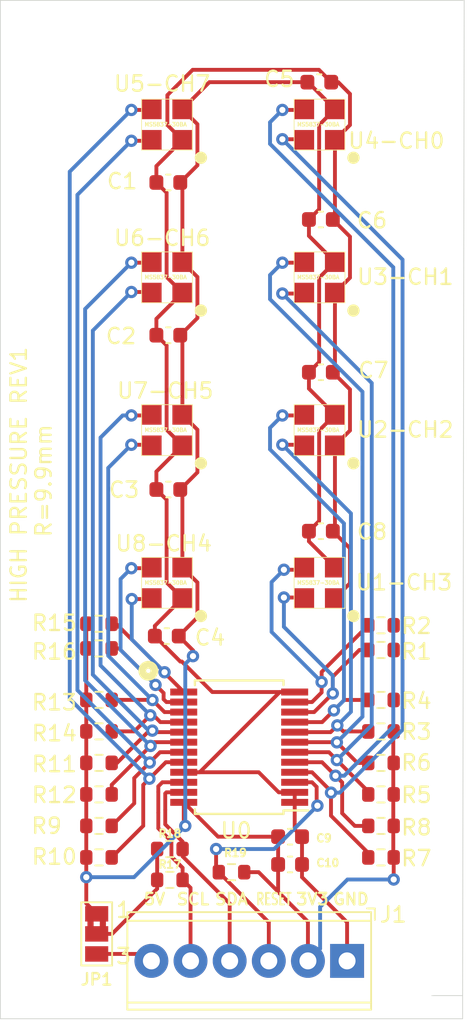
<source format=kicad_pcb>
(kicad_pcb (version 20171130) (host pcbnew "(5.1.12)-1")

  (general
    (thickness 1.6)
    (drawings 15)
    (tracks 379)
    (zones 0)
    (modules 44)
    (nets 24)
  )

  (page A4)
  (layers
    (0 F.Cu signal)
    (31 B.Cu signal)
    (32 B.Adhes user)
    (33 F.Adhes user)
    (34 B.Paste user)
    (35 F.Paste user)
    (36 B.SilkS user)
    (37 F.SilkS user)
    (38 B.Mask user)
    (39 F.Mask user)
    (40 Dwgs.User user)
    (41 Cmts.User user)
    (42 Eco1.User user)
    (43 Eco2.User user)
    (44 Edge.Cuts user)
    (45 Margin user)
    (46 B.CrtYd user)
    (47 F.CrtYd user)
    (48 B.Fab user)
    (49 F.Fab user)
  )

  (setup
    (last_trace_width 0.25)
    (trace_clearance 0.2)
    (zone_clearance 0.508)
    (zone_45_only no)
    (trace_min 0.2)
    (via_size 0.8)
    (via_drill 0.4)
    (via_min_size 0.4)
    (via_min_drill 0.3)
    (uvia_size 0.3)
    (uvia_drill 0.1)
    (uvias_allowed no)
    (uvia_min_size 0.2)
    (uvia_min_drill 0.1)
    (edge_width 0.05)
    (segment_width 0.2)
    (pcb_text_width 0.3)
    (pcb_text_size 1.5 1.5)
    (mod_edge_width 0.12)
    (mod_text_size 1 1)
    (mod_text_width 0.15)
    (pad_size 1.3 1.3)
    (pad_drill 0)
    (pad_to_mask_clearance 0)
    (aux_axis_origin 0 0)
    (visible_elements 7FFDFF7F)
    (pcbplotparams
      (layerselection 0x010fc_ffffffff)
      (usegerberextensions true)
      (usegerberattributes true)
      (usegerberadvancedattributes false)
      (creategerberjobfile false)
      (excludeedgelayer true)
      (linewidth 0.100000)
      (plotframeref false)
      (viasonmask false)
      (mode 1)
      (useauxorigin false)
      (hpglpennumber 1)
      (hpglpenspeed 20)
      (hpglpendiameter 15.000000)
      (psnegative false)
      (psa4output false)
      (plotreference true)
      (plotvalue false)
      (plotinvisibletext false)
      (padsonsilk false)
      (subtractmaskfromsilk true)
      (outputformat 1)
      (mirror false)
      (drillshape 0)
      (scaleselection 1)
      (outputdirectory "gerbers_ds20_ideal/"))
  )

  (net 0 "")
  (net 1 "Net-(J1-Pad3)")
  (net 2 +3V3)
  (net 3 GND)
  (net 4 "Net-(J1-Pad4)")
  (net 5 "Net-(J1-Pad5)")
  (net 6 "Net-(R1-Pad2)")
  (net 7 "Net-(R2-Pad2)")
  (net 8 "Net-(R3-Pad2)")
  (net 9 "Net-(R4-Pad2)")
  (net 10 "Net-(R5-Pad2)")
  (net 11 "Net-(R6-Pad2)")
  (net 12 "Net-(R7-Pad2)")
  (net 13 "Net-(R8-Pad2)")
  (net 14 "Net-(R9-Pad2)")
  (net 15 "Net-(R10-Pad2)")
  (net 16 "Net-(R11-Pad2)")
  (net 17 "Net-(R12-Pad2)")
  (net 18 "Net-(R13-Pad2)")
  (net 19 "Net-(R14-Pad2)")
  (net 20 "Net-(R15-Pad2)")
  (net 21 "Net-(R16-Pad2)")
  (net 22 +5V)
  (net 23 "Net-(JP1-Pad2)")

  (net_class Default "This is the default net class."
    (clearance 0.2)
    (trace_width 0.25)
    (via_dia 0.8)
    (via_drill 0.4)
    (uvia_dia 0.3)
    (uvia_drill 0.1)
    (add_net +3V3)
    (add_net +5V)
    (add_net GND)
    (add_net "Net-(J1-Pad3)")
    (add_net "Net-(J1-Pad4)")
    (add_net "Net-(J1-Pad5)")
    (add_net "Net-(JP1-Pad2)")
    (add_net "Net-(R1-Pad2)")
    (add_net "Net-(R10-Pad2)")
    (add_net "Net-(R11-Pad2)")
    (add_net "Net-(R12-Pad2)")
    (add_net "Net-(R13-Pad2)")
    (add_net "Net-(R14-Pad2)")
    (add_net "Net-(R15-Pad2)")
    (add_net "Net-(R16-Pad2)")
    (add_net "Net-(R2-Pad2)")
    (add_net "Net-(R3-Pad2)")
    (add_net "Net-(R4-Pad2)")
    (add_net "Net-(R5-Pad2)")
    (add_net "Net-(R6-Pad2)")
    (add_net "Net-(R7-Pad2)")
    (add_net "Net-(R8-Pad2)")
    (add_net "Net-(R9-Pad2)")
  )

  (module Jumper:SolderJumper-3_P1.3mm_Bridged2Bar12_Pad1.0x1.5mm_NumberLabels (layer F.Cu) (tedit 5C756B16) (tstamp 61BF8AA9)
    (at 120.75 92 270)
    (descr "SMD Solder Jumper, 1x1.5mm Pads, 0.3mm gap, pads 1-2 Bridged2Bar with 2 copper strip, labeled with numbers")
    (tags "solder jumper open")
    (path /61BFF099)
    (attr virtual)
    (fp_text reference JP1 (at 2.95 0 180) (layer F.SilkS)
      (effects (font (size 0.75 0.75) (thickness 0.15)))
    )
    (fp_text value SolderJumper_3_Bridged12 (at 0 1.9 90) (layer F.Fab)
      (effects (font (size 1 1) (thickness 0.15)))
    )
    (fp_line (start -2.05 1) (end -2.05 -1) (layer F.SilkS) (width 0.12))
    (fp_line (start 2.05 1) (end -2.05 1) (layer F.SilkS) (width 0.12))
    (fp_line (start 2.05 -1) (end 2.05 1) (layer F.SilkS) (width 0.12))
    (fp_line (start -2.05 -1) (end 2.05 -1) (layer F.SilkS) (width 0.12))
    (fp_line (start -2.3 -1.25) (end 2.3 -1.25) (layer F.CrtYd) (width 0.05))
    (fp_line (start -2.3 -1.25) (end -2.3 1.25) (layer F.CrtYd) (width 0.05))
    (fp_line (start 2.3 1.25) (end 2.3 -1.25) (layer F.CrtYd) (width 0.05))
    (fp_line (start 2.3 1.25) (end -2.3 1.25) (layer F.CrtYd) (width 0.05))
    (fp_poly (pts (xy -0.9 0.2) (xy -0.4 0.2) (xy -0.4 0.6) (xy -0.9 0.6)) (layer F.Cu) (width 0))
    (fp_poly (pts (xy -0.9 -0.6) (xy -0.4 -0.6) (xy -0.4 -0.2) (xy -0.9 -0.2)) (layer F.Cu) (width 0))
    (fp_text user 3 (at 1.45 -1.75 180) (layer F.SilkS)
      (effects (font (size 1 1) (thickness 0.15)))
    )
    (fp_text user 1 (at -1.55 -1.75 180) (layer F.SilkS)
      (effects (font (size 1 1) (thickness 0.15)))
    )
    (pad 1 smd rect (at -1.3 0 270) (size 1 1.5) (layers F.Cu F.Mask)
      (net 2 +3V3))
    (pad 3 smd rect (at 1.3 0 270) (size 1 1.5) (layers F.Cu F.Mask)
      (net 22 +5V))
    (pad 2 smd rect (at 0 0 270) (size 1 1.5) (layers F.Cu F.Mask)
      (net 23 "Net-(JP1-Pad2)"))
  )

  (module Capacitor_SMD:C_0603_1608Metric (layer F.Cu) (tedit 5F68FEEE) (tstamp 61B91F79)
    (at 125.4 43.3)
    (descr "Capacitor SMD 0603 (1608 Metric), square (rectangular) end terminal, IPC_7351 nominal, (Body size source: IPC-SM-782 page 76, https://www.pcb-3d.com/wordpress/wp-content/uploads/ipc-sm-782a_amendment_1_and_2.pdf), generated with kicad-footprint-generator")
    (tags capacitor)
    (path /61C6B183)
    (attr smd)
    (fp_text reference C1 (at -3 -0.08) (layer F.SilkS)
      (effects (font (size 1 1) (thickness 0.15)))
    )
    (fp_text value 06034C104KAT2A (at -8.7 0.12) (layer F.Fab)
      (effects (font (size 1 1) (thickness 0.15)))
    )
    (fp_line (start 1.48 0.73) (end -1.48 0.73) (layer F.CrtYd) (width 0.05))
    (fp_line (start 1.48 -0.73) (end 1.48 0.73) (layer F.CrtYd) (width 0.05))
    (fp_line (start -1.48 -0.73) (end 1.48 -0.73) (layer F.CrtYd) (width 0.05))
    (fp_line (start -1.48 0.73) (end -1.48 -0.73) (layer F.CrtYd) (width 0.05))
    (fp_line (start -0.14058 0.51) (end 0.14058 0.51) (layer F.SilkS) (width 0.12))
    (fp_line (start -0.14058 -0.51) (end 0.14058 -0.51) (layer F.SilkS) (width 0.12))
    (fp_line (start 0.8 0.4) (end -0.8 0.4) (layer F.Fab) (width 0.1))
    (fp_line (start 0.8 -0.4) (end 0.8 0.4) (layer F.Fab) (width 0.1))
    (fp_line (start -0.8 -0.4) (end 0.8 -0.4) (layer F.Fab) (width 0.1))
    (fp_line (start -0.8 0.4) (end -0.8 -0.4) (layer F.Fab) (width 0.1))
    (fp_text user %R (at 0 0) (layer F.Fab)
      (effects (font (size 0.4 0.4) (thickness 0.06)))
    )
    (pad 2 smd roundrect (at 0.775 0) (size 0.9 0.95) (layers F.Cu F.Paste F.Mask) (roundrect_rratio 0.25)
      (net 2 +3V3))
    (pad 1 smd roundrect (at -0.775 0) (size 0.9 0.95) (layers F.Cu F.Paste F.Mask) (roundrect_rratio 0.25)
      (net 3 GND))
    (model ${KISYS3DMOD}/Capacitor_SMD.3dshapes/C_0603_1608Metric.wrl
      (at (xyz 0 0 0))
      (scale (xyz 1 1 1))
      (rotate (xyz 0 0 0))
    )
  )

  (module Capacitor_SMD:C_0603_1608Metric (layer F.Cu) (tedit 5F68FEEE) (tstamp 61B91F8A)
    (at 125.4 53.2)
    (descr "Capacitor SMD 0603 (1608 Metric), square (rectangular) end terminal, IPC_7351 nominal, (Body size source: IPC-SM-782 page 76, https://www.pcb-3d.com/wordpress/wp-content/uploads/ipc-sm-782a_amendment_1_and_2.pdf), generated with kicad-footprint-generator")
    (tags capacitor)
    (path /61CB5F68)
    (attr smd)
    (fp_text reference C2 (at -3.07 0.06) (layer F.SilkS)
      (effects (font (size 1 1) (thickness 0.15)))
    )
    (fp_text value 06034C104KAT2A (at -9.37 -0.14) (layer F.Fab)
      (effects (font (size 1 1) (thickness 0.15)))
    )
    (fp_line (start -0.8 0.4) (end -0.8 -0.4) (layer F.Fab) (width 0.1))
    (fp_line (start -0.8 -0.4) (end 0.8 -0.4) (layer F.Fab) (width 0.1))
    (fp_line (start 0.8 -0.4) (end 0.8 0.4) (layer F.Fab) (width 0.1))
    (fp_line (start 0.8 0.4) (end -0.8 0.4) (layer F.Fab) (width 0.1))
    (fp_line (start -0.14058 -0.51) (end 0.14058 -0.51) (layer F.SilkS) (width 0.12))
    (fp_line (start -0.14058 0.51) (end 0.14058 0.51) (layer F.SilkS) (width 0.12))
    (fp_line (start -1.48 0.73) (end -1.48 -0.73) (layer F.CrtYd) (width 0.05))
    (fp_line (start -1.48 -0.73) (end 1.48 -0.73) (layer F.CrtYd) (width 0.05))
    (fp_line (start 1.48 -0.73) (end 1.48 0.73) (layer F.CrtYd) (width 0.05))
    (fp_line (start 1.48 0.73) (end -1.48 0.73) (layer F.CrtYd) (width 0.05))
    (fp_text user %R (at 0 0) (layer F.Fab)
      (effects (font (size 0.4 0.4) (thickness 0.06)))
    )
    (pad 1 smd roundrect (at -0.775 0) (size 0.9 0.95) (layers F.Cu F.Paste F.Mask) (roundrect_rratio 0.25)
      (net 3 GND))
    (pad 2 smd roundrect (at 0.775 0) (size 0.9 0.95) (layers F.Cu F.Paste F.Mask) (roundrect_rratio 0.25)
      (net 2 +3V3))
    (model ${KISYS3DMOD}/Capacitor_SMD.3dshapes/C_0603_1608Metric.wrl
      (at (xyz 0 0 0))
      (scale (xyz 1 1 1))
      (rotate (xyz 0 0 0))
    )
  )

  (module Capacitor_SMD:C_0603_1608Metric (layer F.Cu) (tedit 5F68FEEE) (tstamp 61B91F9B)
    (at 125.4 63.2)
    (descr "Capacitor SMD 0603 (1608 Metric), square (rectangular) end terminal, IPC_7351 nominal, (Body size source: IPC-SM-782 page 76, https://www.pcb-3d.com/wordpress/wp-content/uploads/ipc-sm-782a_amendment_1_and_2.pdf), generated with kicad-footprint-generator")
    (tags capacitor)
    (path /61CBF7C4)
    (attr smd)
    (fp_text reference C3 (at -2.87 0.02) (layer F.SilkS)
      (effects (font (size 1 1) (thickness 0.15)))
    )
    (fp_text value 06034C104KAT2A (at -8.87 0.02) (layer F.Fab)
      (effects (font (size 1 1) (thickness 0.15)))
    )
    (fp_line (start 1.48 0.73) (end -1.48 0.73) (layer F.CrtYd) (width 0.05))
    (fp_line (start 1.48 -0.73) (end 1.48 0.73) (layer F.CrtYd) (width 0.05))
    (fp_line (start -1.48 -0.73) (end 1.48 -0.73) (layer F.CrtYd) (width 0.05))
    (fp_line (start -1.48 0.73) (end -1.48 -0.73) (layer F.CrtYd) (width 0.05))
    (fp_line (start -0.14058 0.51) (end 0.14058 0.51) (layer F.SilkS) (width 0.12))
    (fp_line (start -0.14058 -0.51) (end 0.14058 -0.51) (layer F.SilkS) (width 0.12))
    (fp_line (start 0.8 0.4) (end -0.8 0.4) (layer F.Fab) (width 0.1))
    (fp_line (start 0.8 -0.4) (end 0.8 0.4) (layer F.Fab) (width 0.1))
    (fp_line (start -0.8 -0.4) (end 0.8 -0.4) (layer F.Fab) (width 0.1))
    (fp_line (start -0.8 0.4) (end -0.8 -0.4) (layer F.Fab) (width 0.1))
    (fp_text user %R (at 0 0) (layer F.Fab)
      (effects (font (size 0.4 0.4) (thickness 0.06)))
    )
    (pad 2 smd roundrect (at 0.775 0) (size 0.9 0.95) (layers F.Cu F.Paste F.Mask) (roundrect_rratio 0.25)
      (net 2 +3V3))
    (pad 1 smd roundrect (at -0.775 0) (size 0.9 0.95) (layers F.Cu F.Paste F.Mask) (roundrect_rratio 0.25)
      (net 3 GND))
    (model ${KISYS3DMOD}/Capacitor_SMD.3dshapes/C_0603_1608Metric.wrl
      (at (xyz 0 0 0))
      (scale (xyz 1 1 1))
      (rotate (xyz 0 0 0))
    )
  )

  (module Capacitor_SMD:C_0603_1608Metric (layer F.Cu) (tedit 5F68FEEE) (tstamp 61B91FAC)
    (at 125.3 72.7)
    (descr "Capacitor SMD 0603 (1608 Metric), square (rectangular) end terminal, IPC_7351 nominal, (Body size source: IPC-SM-782 page 76, https://www.pcb-3d.com/wordpress/wp-content/uploads/ipc-sm-782a_amendment_1_and_2.pdf), generated with kicad-footprint-generator")
    (tags capacitor)
    (path /61CD0124)
    (attr smd)
    (fp_text reference C4 (at 2.8 0.1) (layer F.SilkS)
      (effects (font (size 1 1) (thickness 0.15)))
    )
    (fp_text value 06034C104KAT2A (at -9.41 0.19) (layer F.Fab)
      (effects (font (size 1 1) (thickness 0.15)))
    )
    (fp_line (start -0.8 0.4) (end -0.8 -0.4) (layer F.Fab) (width 0.1))
    (fp_line (start -0.8 -0.4) (end 0.8 -0.4) (layer F.Fab) (width 0.1))
    (fp_line (start 0.8 -0.4) (end 0.8 0.4) (layer F.Fab) (width 0.1))
    (fp_line (start 0.8 0.4) (end -0.8 0.4) (layer F.Fab) (width 0.1))
    (fp_line (start -0.14058 -0.51) (end 0.14058 -0.51) (layer F.SilkS) (width 0.12))
    (fp_line (start -0.14058 0.51) (end 0.14058 0.51) (layer F.SilkS) (width 0.12))
    (fp_line (start -1.48 0.73) (end -1.48 -0.73) (layer F.CrtYd) (width 0.05))
    (fp_line (start -1.48 -0.73) (end 1.48 -0.73) (layer F.CrtYd) (width 0.05))
    (fp_line (start 1.48 -0.73) (end 1.48 0.73) (layer F.CrtYd) (width 0.05))
    (fp_line (start 1.48 0.73) (end -1.48 0.73) (layer F.CrtYd) (width 0.05))
    (fp_text user %R (at 0 0) (layer F.Fab)
      (effects (font (size 0.4 0.4) (thickness 0.06)))
    )
    (pad 1 smd roundrect (at -0.775 0) (size 0.9 0.95) (layers F.Cu F.Paste F.Mask) (roundrect_rratio 0.25)
      (net 3 GND))
    (pad 2 smd roundrect (at 0.775 0) (size 0.9 0.95) (layers F.Cu F.Paste F.Mask) (roundrect_rratio 0.25)
      (net 2 +3V3))
    (model ${KISYS3DMOD}/Capacitor_SMD.3dshapes/C_0603_1608Metric.wrl
      (at (xyz 0 0 0))
      (scale (xyz 1 1 1))
      (rotate (xyz 0 0 0))
    )
  )

  (module Capacitor_SMD:C_0603_1608Metric (layer F.Cu) (tedit 5F68FEEE) (tstamp 61B91FBD)
    (at 135.2 36.8 180)
    (descr "Capacitor SMD 0603 (1608 Metric), square (rectangular) end terminal, IPC_7351 nominal, (Body size source: IPC-SM-782 page 76, https://www.pcb-3d.com/wordpress/wp-content/uploads/ipc-sm-782a_amendment_1_and_2.pdf), generated with kicad-footprint-generator")
    (tags capacitor)
    (path /61DDC49B)
    (attr smd)
    (fp_text reference C5 (at 2.6 0.2) (layer F.SilkS)
      (effects (font (size 1 1) (thickness 0.15)))
    )
    (fp_text value 06034C104KAT2A (at -8.81 0.03) (layer F.Fab)
      (effects (font (size 1 1) (thickness 0.15)))
    )
    (fp_line (start 1.48 0.73) (end -1.48 0.73) (layer F.CrtYd) (width 0.05))
    (fp_line (start 1.48 -0.73) (end 1.48 0.73) (layer F.CrtYd) (width 0.05))
    (fp_line (start -1.48 -0.73) (end 1.48 -0.73) (layer F.CrtYd) (width 0.05))
    (fp_line (start -1.48 0.73) (end -1.48 -0.73) (layer F.CrtYd) (width 0.05))
    (fp_line (start -0.14058 0.51) (end 0.14058 0.51) (layer F.SilkS) (width 0.12))
    (fp_line (start -0.14058 -0.51) (end 0.14058 -0.51) (layer F.SilkS) (width 0.12))
    (fp_line (start 0.8 0.4) (end -0.8 0.4) (layer F.Fab) (width 0.1))
    (fp_line (start 0.8 -0.4) (end 0.8 0.4) (layer F.Fab) (width 0.1))
    (fp_line (start -0.8 -0.4) (end 0.8 -0.4) (layer F.Fab) (width 0.1))
    (fp_line (start -0.8 0.4) (end -0.8 -0.4) (layer F.Fab) (width 0.1))
    (fp_text user %R (at 0 0) (layer F.Fab)
      (effects (font (size 0.4 0.4) (thickness 0.06)))
    )
    (pad 2 smd roundrect (at 0.775 0 180) (size 0.9 0.95) (layers F.Cu F.Paste F.Mask) (roundrect_rratio 0.25)
      (net 2 +3V3))
    (pad 1 smd roundrect (at -0.775 0 180) (size 0.9 0.95) (layers F.Cu F.Paste F.Mask) (roundrect_rratio 0.25)
      (net 3 GND))
    (model ${KISYS3DMOD}/Capacitor_SMD.3dshapes/C_0603_1608Metric.wrl
      (at (xyz 0 0 0))
      (scale (xyz 1 1 1))
      (rotate (xyz 0 0 0))
    )
  )

  (module Capacitor_SMD:C_0603_1608Metric (layer F.Cu) (tedit 5F68FEEE) (tstamp 61B91FCE)
    (at 135.3 45.7 180)
    (descr "Capacitor SMD 0603 (1608 Metric), square (rectangular) end terminal, IPC_7351 nominal, (Body size source: IPC-SM-782 page 76, https://www.pcb-3d.com/wordpress/wp-content/uploads/ipc-sm-782a_amendment_1_and_2.pdf), generated with kicad-footprint-generator")
    (tags capacitor)
    (path /61DDC4D7)
    (attr smd)
    (fp_text reference C6 (at -3.32 -0.06) (layer F.SilkS)
      (effects (font (size 1 1) (thickness 0.15)))
    )
    (fp_text value 06034C104KAT2A (at -8.82 0.44) (layer F.Fab)
      (effects (font (size 1 1) (thickness 0.15)))
    )
    (fp_line (start -0.8 0.4) (end -0.8 -0.4) (layer F.Fab) (width 0.1))
    (fp_line (start -0.8 -0.4) (end 0.8 -0.4) (layer F.Fab) (width 0.1))
    (fp_line (start 0.8 -0.4) (end 0.8 0.4) (layer F.Fab) (width 0.1))
    (fp_line (start 0.8 0.4) (end -0.8 0.4) (layer F.Fab) (width 0.1))
    (fp_line (start -0.14058 -0.51) (end 0.14058 -0.51) (layer F.SilkS) (width 0.12))
    (fp_line (start -0.14058 0.51) (end 0.14058 0.51) (layer F.SilkS) (width 0.12))
    (fp_line (start -1.48 0.73) (end -1.48 -0.73) (layer F.CrtYd) (width 0.05))
    (fp_line (start -1.48 -0.73) (end 1.48 -0.73) (layer F.CrtYd) (width 0.05))
    (fp_line (start 1.48 -0.73) (end 1.48 0.73) (layer F.CrtYd) (width 0.05))
    (fp_line (start 1.48 0.73) (end -1.48 0.73) (layer F.CrtYd) (width 0.05))
    (fp_text user %R (at 0 0) (layer F.Fab)
      (effects (font (size 0.4 0.4) (thickness 0.06)))
    )
    (pad 1 smd roundrect (at -0.775 0 180) (size 0.9 0.95) (layers F.Cu F.Paste F.Mask) (roundrect_rratio 0.25)
      (net 3 GND))
    (pad 2 smd roundrect (at 0.775 0 180) (size 0.9 0.95) (layers F.Cu F.Paste F.Mask) (roundrect_rratio 0.25)
      (net 2 +3V3))
    (model ${KISYS3DMOD}/Capacitor_SMD.3dshapes/C_0603_1608Metric.wrl
      (at (xyz 0 0 0))
      (scale (xyz 1 1 1))
      (rotate (xyz 0 0 0))
    )
  )

  (module Capacitor_SMD:C_0603_1608Metric (layer F.Cu) (tedit 5F68FEEE) (tstamp 61B91FDF)
    (at 135.3 55.6 180)
    (descr "Capacitor SMD 0603 (1608 Metric), square (rectangular) end terminal, IPC_7351 nominal, (Body size source: IPC-SM-782 page 76, https://www.pcb-3d.com/wordpress/wp-content/uploads/ipc-sm-782a_amendment_1_and_2.pdf), generated with kicad-footprint-generator")
    (tags capacitor)
    (path /61DDC519)
    (attr smd)
    (fp_text reference C7 (at -3.41 0.13) (layer F.SilkS)
      (effects (font (size 1 1) (thickness 0.15)))
    )
    (fp_text value 06034C104KAT2A (at -9.31 0.23) (layer F.Fab)
      (effects (font (size 1 1) (thickness 0.15)))
    )
    (fp_line (start -0.8 0.4) (end -0.8 -0.4) (layer F.Fab) (width 0.1))
    (fp_line (start -0.8 -0.4) (end 0.8 -0.4) (layer F.Fab) (width 0.1))
    (fp_line (start 0.8 -0.4) (end 0.8 0.4) (layer F.Fab) (width 0.1))
    (fp_line (start 0.8 0.4) (end -0.8 0.4) (layer F.Fab) (width 0.1))
    (fp_line (start -0.14058 -0.51) (end 0.14058 -0.51) (layer F.SilkS) (width 0.12))
    (fp_line (start -0.14058 0.51) (end 0.14058 0.51) (layer F.SilkS) (width 0.12))
    (fp_line (start -1.48 0.73) (end -1.48 -0.73) (layer F.CrtYd) (width 0.05))
    (fp_line (start -1.48 -0.73) (end 1.48 -0.73) (layer F.CrtYd) (width 0.05))
    (fp_line (start 1.48 -0.73) (end 1.48 0.73) (layer F.CrtYd) (width 0.05))
    (fp_line (start 1.48 0.73) (end -1.48 0.73) (layer F.CrtYd) (width 0.05))
    (fp_text user %R (at 0 0) (layer F.Fab)
      (effects (font (size 0.4 0.4) (thickness 0.06)))
    )
    (pad 1 smd roundrect (at -0.775 0 180) (size 0.9 0.95) (layers F.Cu F.Paste F.Mask) (roundrect_rratio 0.25)
      (net 3 GND))
    (pad 2 smd roundrect (at 0.775 0 180) (size 0.9 0.95) (layers F.Cu F.Paste F.Mask) (roundrect_rratio 0.25)
      (net 2 +3V3))
    (model ${KISYS3DMOD}/Capacitor_SMD.3dshapes/C_0603_1608Metric.wrl
      (at (xyz 0 0 0))
      (scale (xyz 1 1 1))
      (rotate (xyz 0 0 0))
    )
  )

  (module Capacitor_SMD:C_0603_1608Metric (layer F.Cu) (tedit 5F68FEEE) (tstamp 61B91FF0)
    (at 135.3 65.9 180)
    (descr "Capacitor SMD 0603 (1608 Metric), square (rectangular) end terminal, IPC_7351 nominal, (Body size source: IPC-SM-782 page 76, https://www.pcb-3d.com/wordpress/wp-content/uploads/ipc-sm-782a_amendment_1_and_2.pdf), generated with kicad-footprint-generator")
    (tags capacitor)
    (path /61DDC55B)
    (attr smd)
    (fp_text reference C8 (at -3.32 -0.04) (layer F.SilkS)
      (effects (font (size 1 1) (thickness 0.15)))
    )
    (fp_text value 06034C104KAT2A (at -9.32 -0.04) (layer F.Fab)
      (effects (font (size 1 1) (thickness 0.15)))
    )
    (fp_line (start 1.48 0.73) (end -1.48 0.73) (layer F.CrtYd) (width 0.05))
    (fp_line (start 1.48 -0.73) (end 1.48 0.73) (layer F.CrtYd) (width 0.05))
    (fp_line (start -1.48 -0.73) (end 1.48 -0.73) (layer F.CrtYd) (width 0.05))
    (fp_line (start -1.48 0.73) (end -1.48 -0.73) (layer F.CrtYd) (width 0.05))
    (fp_line (start -0.14058 0.51) (end 0.14058 0.51) (layer F.SilkS) (width 0.12))
    (fp_line (start -0.14058 -0.51) (end 0.14058 -0.51) (layer F.SilkS) (width 0.12))
    (fp_line (start 0.8 0.4) (end -0.8 0.4) (layer F.Fab) (width 0.1))
    (fp_line (start 0.8 -0.4) (end 0.8 0.4) (layer F.Fab) (width 0.1))
    (fp_line (start -0.8 -0.4) (end 0.8 -0.4) (layer F.Fab) (width 0.1))
    (fp_line (start -0.8 0.4) (end -0.8 -0.4) (layer F.Fab) (width 0.1))
    (fp_text user %R (at 0 0) (layer F.Fab)
      (effects (font (size 0.4 0.4) (thickness 0.06)))
    )
    (pad 2 smd roundrect (at 0.775 0 180) (size 0.9 0.95) (layers F.Cu F.Paste F.Mask) (roundrect_rratio 0.25)
      (net 2 +3V3))
    (pad 1 smd roundrect (at -0.775 0 180) (size 0.9 0.95) (layers F.Cu F.Paste F.Mask) (roundrect_rratio 0.25)
      (net 3 GND))
    (model ${KISYS3DMOD}/Capacitor_SMD.3dshapes/C_0603_1608Metric.wrl
      (at (xyz 0 0 0))
      (scale (xyz 1 1 1))
      (rotate (xyz 0 0 0))
    )
  )

  (module Capacitor_SMD:C_0603_1608Metric (layer F.Cu) (tedit 5F68FEEE) (tstamp 61B92001)
    (at 133.3 85.7)
    (descr "Capacitor SMD 0603 (1608 Metric), square (rectangular) end terminal, IPC_7351 nominal, (Body size source: IPC-SM-782 page 76, https://www.pcb-3d.com/wordpress/wp-content/uploads/ipc-sm-782a_amendment_1_and_2.pdf), generated with kicad-footprint-generator")
    (tags capacitor)
    (path /61ADC204)
    (attr smd)
    (fp_text reference C9 (at 2.2 0.1) (layer F.SilkS)
      (effects (font (size 0.5 0.5) (thickness 0.125)))
    )
    (fp_text value C (at 0 1.43) (layer F.Fab)
      (effects (font (size 1 1) (thickness 0.15)))
    )
    (fp_line (start -0.8 0.4) (end -0.8 -0.4) (layer F.Fab) (width 0.1))
    (fp_line (start -0.8 -0.4) (end 0.8 -0.4) (layer F.Fab) (width 0.1))
    (fp_line (start 0.8 -0.4) (end 0.8 0.4) (layer F.Fab) (width 0.1))
    (fp_line (start 0.8 0.4) (end -0.8 0.4) (layer F.Fab) (width 0.1))
    (fp_line (start -0.14058 -0.51) (end 0.14058 -0.51) (layer F.SilkS) (width 0.12))
    (fp_line (start -0.14058 0.51) (end 0.14058 0.51) (layer F.SilkS) (width 0.12))
    (fp_line (start -1.48 0.73) (end -1.48 -0.73) (layer F.CrtYd) (width 0.05))
    (fp_line (start -1.48 -0.73) (end 1.48 -0.73) (layer F.CrtYd) (width 0.05))
    (fp_line (start 1.48 -0.73) (end 1.48 0.73) (layer F.CrtYd) (width 0.05))
    (fp_line (start 1.48 0.73) (end -1.48 0.73) (layer F.CrtYd) (width 0.05))
    (fp_text user %R (at 0 0) (layer F.Fab)
      (effects (font (size 0.4 0.4) (thickness 0.06)))
    )
    (pad 1 smd roundrect (at -0.775 0) (size 0.9 0.95) (layers F.Cu F.Paste F.Mask) (roundrect_rratio 0.25)
      (net 2 +3V3))
    (pad 2 smd roundrect (at 0.775 0) (size 0.9 0.95) (layers F.Cu F.Paste F.Mask) (roundrect_rratio 0.25)
      (net 3 GND))
    (model ${KISYS3DMOD}/Capacitor_SMD.3dshapes/C_0603_1608Metric.wrl
      (at (xyz 0 0 0))
      (scale (xyz 1 1 1))
      (rotate (xyz 0 0 0))
    )
  )

  (module Capacitor_SMD:C_0603_1608Metric (layer F.Cu) (tedit 5F68FEEE) (tstamp 61B92012)
    (at 133.3 87.5)
    (descr "Capacitor SMD 0603 (1608 Metric), square (rectangular) end terminal, IPC_7351 nominal, (Body size source: IPC-SM-782 page 76, https://www.pcb-3d.com/wordpress/wp-content/uploads/ipc-sm-782a_amendment_1_and_2.pdf), generated with kicad-footprint-generator")
    (tags capacitor)
    (path /61B060DB)
    (attr smd)
    (fp_text reference C10 (at 2.45 -0.1) (layer F.SilkS)
      (effects (font (size 0.5 0.5) (thickness 0.125)))
    )
    (fp_text value C (at 0 1.43) (layer F.Fab)
      (effects (font (size 1 1) (thickness 0.15)))
    )
    (fp_line (start 1.48 0.73) (end -1.48 0.73) (layer F.CrtYd) (width 0.05))
    (fp_line (start 1.48 -0.73) (end 1.48 0.73) (layer F.CrtYd) (width 0.05))
    (fp_line (start -1.48 -0.73) (end 1.48 -0.73) (layer F.CrtYd) (width 0.05))
    (fp_line (start -1.48 0.73) (end -1.48 -0.73) (layer F.CrtYd) (width 0.05))
    (fp_line (start -0.14058 0.51) (end 0.14058 0.51) (layer F.SilkS) (width 0.12))
    (fp_line (start -0.14058 -0.51) (end 0.14058 -0.51) (layer F.SilkS) (width 0.12))
    (fp_line (start 0.8 0.4) (end -0.8 0.4) (layer F.Fab) (width 0.1))
    (fp_line (start 0.8 -0.4) (end 0.8 0.4) (layer F.Fab) (width 0.1))
    (fp_line (start -0.8 -0.4) (end 0.8 -0.4) (layer F.Fab) (width 0.1))
    (fp_line (start -0.8 0.4) (end -0.8 -0.4) (layer F.Fab) (width 0.1))
    (fp_text user %R (at 0 0) (layer F.Fab)
      (effects (font (size 0.4 0.4) (thickness 0.06)))
    )
    (pad 2 smd roundrect (at 0.775 0) (size 0.9 0.95) (layers F.Cu F.Paste F.Mask) (roundrect_rratio 0.25)
      (net 3 GND))
    (pad 1 smd roundrect (at -0.775 0) (size 0.9 0.95) (layers F.Cu F.Paste F.Mask) (roundrect_rratio 0.25)
      (net 2 +3V3))
    (model ${KISYS3DMOD}/Capacitor_SMD.3dshapes/C_0603_1608Metric.wrl
      (at (xyz 0 0 0))
      (scale (xyz 1 1 1))
      (rotate (xyz 0 0 0))
    )
  )

  (module Resistor_SMD:R_0603_1608Metric (layer F.Cu) (tedit 5F68FEEE) (tstamp 61B9207D)
    (at 139.2 73.6 180)
    (descr "Resistor SMD 0603 (1608 Metric), square (rectangular) end terminal, IPC_7351 nominal, (Body size source: IPC-SM-782 page 72, https://www.pcb-3d.com/wordpress/wp-content/uploads/ipc-sm-782a_amendment_1_and_2.pdf), generated with kicad-footprint-generator")
    (tags resistor)
    (path /61C94E47)
    (attr smd)
    (fp_text reference R1 (at -2.3 -0.102042) (layer F.SilkS)
      (effects (font (size 1 1) (thickness 0.15)))
    )
    (fp_text value R (at 0 1.43) (layer F.Fab)
      (effects (font (size 1 1) (thickness 0.15)))
    )
    (fp_line (start 1.48 0.73) (end -1.48 0.73) (layer F.CrtYd) (width 0.05))
    (fp_line (start 1.48 -0.73) (end 1.48 0.73) (layer F.CrtYd) (width 0.05))
    (fp_line (start -1.48 -0.73) (end 1.48 -0.73) (layer F.CrtYd) (width 0.05))
    (fp_line (start -1.48 0.73) (end -1.48 -0.73) (layer F.CrtYd) (width 0.05))
    (fp_line (start -0.237258 0.5225) (end 0.237258 0.5225) (layer F.SilkS) (width 0.12))
    (fp_line (start -0.237258 -0.5225) (end 0.237258 -0.5225) (layer F.SilkS) (width 0.12))
    (fp_line (start 0.8 0.4125) (end -0.8 0.4125) (layer F.Fab) (width 0.1))
    (fp_line (start 0.8 -0.4125) (end 0.8 0.4125) (layer F.Fab) (width 0.1))
    (fp_line (start -0.8 -0.4125) (end 0.8 -0.4125) (layer F.Fab) (width 0.1))
    (fp_line (start -0.8 0.4125) (end -0.8 -0.4125) (layer F.Fab) (width 0.1))
    (fp_text user %R (at 0 0) (layer F.Fab)
      (effects (font (size 0.4 0.4) (thickness 0.06)))
    )
    (pad 2 smd roundrect (at 0.825 0 180) (size 0.8 0.95) (layers F.Cu F.Paste F.Mask) (roundrect_rratio 0.25)
      (net 6 "Net-(R1-Pad2)"))
    (pad 1 smd roundrect (at -0.825 0 180) (size 0.8 0.95) (layers F.Cu F.Paste F.Mask) (roundrect_rratio 0.25)
      (net 2 +3V3))
    (model ${KISYS3DMOD}/Resistor_SMD.3dshapes/R_0603_1608Metric.wrl
      (at (xyz 0 0 0))
      (scale (xyz 1 1 1))
      (rotate (xyz 0 0 0))
    )
  )

  (module Resistor_SMD:R_0603_1608Metric (layer F.Cu) (tedit 5F68FEEE) (tstamp 61B9208E)
    (at 139.2 72 180)
    (descr "Resistor SMD 0603 (1608 Metric), square (rectangular) end terminal, IPC_7351 nominal, (Body size source: IPC-SM-782 page 72, https://www.pcb-3d.com/wordpress/wp-content/uploads/ipc-sm-782a_amendment_1_and_2.pdf), generated with kicad-footprint-generator")
    (tags resistor)
    (path /61C9104B)
    (attr smd)
    (fp_text reference R2 (at -2.3 -0.042858) (layer F.SilkS)
      (effects (font (size 1 1) (thickness 0.15)))
    )
    (fp_text value R (at 0 1.43) (layer F.Fab)
      (effects (font (size 1 1) (thickness 0.15)))
    )
    (fp_line (start -0.8 0.4125) (end -0.8 -0.4125) (layer F.Fab) (width 0.1))
    (fp_line (start -0.8 -0.4125) (end 0.8 -0.4125) (layer F.Fab) (width 0.1))
    (fp_line (start 0.8 -0.4125) (end 0.8 0.4125) (layer F.Fab) (width 0.1))
    (fp_line (start 0.8 0.4125) (end -0.8 0.4125) (layer F.Fab) (width 0.1))
    (fp_line (start -0.237258 -0.5225) (end 0.237258 -0.5225) (layer F.SilkS) (width 0.12))
    (fp_line (start -0.237258 0.5225) (end 0.237258 0.5225) (layer F.SilkS) (width 0.12))
    (fp_line (start -1.48 0.73) (end -1.48 -0.73) (layer F.CrtYd) (width 0.05))
    (fp_line (start -1.48 -0.73) (end 1.48 -0.73) (layer F.CrtYd) (width 0.05))
    (fp_line (start 1.48 -0.73) (end 1.48 0.73) (layer F.CrtYd) (width 0.05))
    (fp_line (start 1.48 0.73) (end -1.48 0.73) (layer F.CrtYd) (width 0.05))
    (fp_text user %R (at 0 0 180) (layer F.Fab)
      (effects (font (size 0.4 0.4) (thickness 0.06)))
    )
    (pad 1 smd roundrect (at -0.825 0 180) (size 0.8 0.95) (layers F.Cu F.Paste F.Mask) (roundrect_rratio 0.25)
      (net 2 +3V3))
    (pad 2 smd roundrect (at 0.825 0 180) (size 0.8 0.95) (layers F.Cu F.Paste F.Mask) (roundrect_rratio 0.25)
      (net 7 "Net-(R2-Pad2)"))
    (model ${KISYS3DMOD}/Resistor_SMD.3dshapes/R_0603_1608Metric.wrl
      (at (xyz 0 0 0))
      (scale (xyz 1 1 1))
      (rotate (xyz 0 0 0))
    )
  )

  (module Resistor_SMD:R_0603_1608Metric (layer F.Cu) (tedit 5F68FEEE) (tstamp 61B9209F)
    (at 139.2 78.87959 180)
    (descr "Resistor SMD 0603 (1608 Metric), square (rectangular) end terminal, IPC_7351 nominal, (Body size source: IPC-SM-782 page 72, https://www.pcb-3d.com/wordpress/wp-content/uploads/ipc-sm-782a_amendment_1_and_2.pdf), generated with kicad-footprint-generator")
    (tags resistor)
    (path /61CB5F78)
    (attr smd)
    (fp_text reference R3 (at -2.3 -0.02041) (layer F.SilkS)
      (effects (font (size 1 1) (thickness 0.15)))
    )
    (fp_text value R (at 0 1.43) (layer F.Fab)
      (effects (font (size 1 1) (thickness 0.15)))
    )
    (fp_line (start -0.8 0.4125) (end -0.8 -0.4125) (layer F.Fab) (width 0.1))
    (fp_line (start -0.8 -0.4125) (end 0.8 -0.4125) (layer F.Fab) (width 0.1))
    (fp_line (start 0.8 -0.4125) (end 0.8 0.4125) (layer F.Fab) (width 0.1))
    (fp_line (start 0.8 0.4125) (end -0.8 0.4125) (layer F.Fab) (width 0.1))
    (fp_line (start -0.237258 -0.5225) (end 0.237258 -0.5225) (layer F.SilkS) (width 0.12))
    (fp_line (start -0.237258 0.5225) (end 0.237258 0.5225) (layer F.SilkS) (width 0.12))
    (fp_line (start -1.48 0.73) (end -1.48 -0.73) (layer F.CrtYd) (width 0.05))
    (fp_line (start -1.48 -0.73) (end 1.48 -0.73) (layer F.CrtYd) (width 0.05))
    (fp_line (start 1.48 -0.73) (end 1.48 0.73) (layer F.CrtYd) (width 0.05))
    (fp_line (start 1.48 0.73) (end -1.48 0.73) (layer F.CrtYd) (width 0.05))
    (fp_text user %R (at 0 0 180) (layer F.Fab)
      (effects (font (size 0.4 0.4) (thickness 0.06)))
    )
    (pad 1 smd roundrect (at -0.825 0 180) (size 0.8 0.95) (layers F.Cu F.Paste F.Mask) (roundrect_rratio 0.25)
      (net 2 +3V3))
    (pad 2 smd roundrect (at 0.825 0 180) (size 0.8 0.95) (layers F.Cu F.Paste F.Mask) (roundrect_rratio 0.25)
      (net 8 "Net-(R3-Pad2)"))
    (model ${KISYS3DMOD}/Resistor_SMD.3dshapes/R_0603_1608Metric.wrl
      (at (xyz 0 0 0))
      (scale (xyz 1 1 1))
      (rotate (xyz 0 0 0))
    )
  )

  (module Resistor_SMD:R_0603_1608Metric (layer F.Cu) (tedit 5F68FEEE) (tstamp 61B920B0)
    (at 139.2 76.838774 180)
    (descr "Resistor SMD 0603 (1608 Metric), square (rectangular) end terminal, IPC_7351 nominal, (Body size source: IPC-SM-782 page 72, https://www.pcb-3d.com/wordpress/wp-content/uploads/ipc-sm-782a_amendment_1_and_2.pdf), generated with kicad-footprint-generator")
    (tags resistor)
    (path /61CB5F72)
    (attr smd)
    (fp_text reference R4 (at -2.3 -0.061226) (layer F.SilkS)
      (effects (font (size 1 1) (thickness 0.15)))
    )
    (fp_text value R (at 0 1.43) (layer F.Fab)
      (effects (font (size 1 1) (thickness 0.15)))
    )
    (fp_line (start 1.48 0.73) (end -1.48 0.73) (layer F.CrtYd) (width 0.05))
    (fp_line (start 1.48 -0.73) (end 1.48 0.73) (layer F.CrtYd) (width 0.05))
    (fp_line (start -1.48 -0.73) (end 1.48 -0.73) (layer F.CrtYd) (width 0.05))
    (fp_line (start -1.48 0.73) (end -1.48 -0.73) (layer F.CrtYd) (width 0.05))
    (fp_line (start -0.237258 0.5225) (end 0.237258 0.5225) (layer F.SilkS) (width 0.12))
    (fp_line (start -0.237258 -0.5225) (end 0.237258 -0.5225) (layer F.SilkS) (width 0.12))
    (fp_line (start 0.8 0.4125) (end -0.8 0.4125) (layer F.Fab) (width 0.1))
    (fp_line (start 0.8 -0.4125) (end 0.8 0.4125) (layer F.Fab) (width 0.1))
    (fp_line (start -0.8 -0.4125) (end 0.8 -0.4125) (layer F.Fab) (width 0.1))
    (fp_line (start -0.8 0.4125) (end -0.8 -0.4125) (layer F.Fab) (width 0.1))
    (fp_text user %R (at 0 0) (layer F.Fab)
      (effects (font (size 0.4 0.4) (thickness 0.06)))
    )
    (pad 2 smd roundrect (at 0.825 0 180) (size 0.8 0.95) (layers F.Cu F.Paste F.Mask) (roundrect_rratio 0.25)
      (net 9 "Net-(R4-Pad2)"))
    (pad 1 smd roundrect (at -0.825 0 180) (size 0.8 0.95) (layers F.Cu F.Paste F.Mask) (roundrect_rratio 0.25)
      (net 2 +3V3))
    (model ${KISYS3DMOD}/Resistor_SMD.3dshapes/R_0603_1608Metric.wrl
      (at (xyz 0 0 0))
      (scale (xyz 1 1 1))
      (rotate (xyz 0 0 0))
    )
  )

  (module Resistor_SMD:R_0603_1608Metric (layer F.Cu) (tedit 5F68FEEE) (tstamp 61B920C1)
    (at 139.2 82.961222 180)
    (descr "Resistor SMD 0603 (1608 Metric), square (rectangular) end terminal, IPC_7351 nominal, (Body size source: IPC-SM-782 page 72, https://www.pcb-3d.com/wordpress/wp-content/uploads/ipc-sm-782a_amendment_1_and_2.pdf), generated with kicad-footprint-generator")
    (tags resistor)
    (path /61CBF7D4)
    (attr smd)
    (fp_text reference R5 (at -2.3 -0.038778) (layer F.SilkS)
      (effects (font (size 1 1) (thickness 0.15)))
    )
    (fp_text value R (at 0 1.43) (layer F.Fab)
      (effects (font (size 1 1) (thickness 0.15)))
    )
    (fp_line (start 1.48 0.73) (end -1.48 0.73) (layer F.CrtYd) (width 0.05))
    (fp_line (start 1.48 -0.73) (end 1.48 0.73) (layer F.CrtYd) (width 0.05))
    (fp_line (start -1.48 -0.73) (end 1.48 -0.73) (layer F.CrtYd) (width 0.05))
    (fp_line (start -1.48 0.73) (end -1.48 -0.73) (layer F.CrtYd) (width 0.05))
    (fp_line (start -0.237258 0.5225) (end 0.237258 0.5225) (layer F.SilkS) (width 0.12))
    (fp_line (start -0.237258 -0.5225) (end 0.237258 -0.5225) (layer F.SilkS) (width 0.12))
    (fp_line (start 0.8 0.4125) (end -0.8 0.4125) (layer F.Fab) (width 0.1))
    (fp_line (start 0.8 -0.4125) (end 0.8 0.4125) (layer F.Fab) (width 0.1))
    (fp_line (start -0.8 -0.4125) (end 0.8 -0.4125) (layer F.Fab) (width 0.1))
    (fp_line (start -0.8 0.4125) (end -0.8 -0.4125) (layer F.Fab) (width 0.1))
    (fp_text user %R (at 0 0) (layer F.Fab)
      (effects (font (size 0.4 0.4) (thickness 0.06)))
    )
    (pad 2 smd roundrect (at 0.825 0 180) (size 0.8 0.95) (layers F.Cu F.Paste F.Mask) (roundrect_rratio 0.25)
      (net 10 "Net-(R5-Pad2)"))
    (pad 1 smd roundrect (at -0.825 0 180) (size 0.8 0.95) (layers F.Cu F.Paste F.Mask) (roundrect_rratio 0.25)
      (net 2 +3V3))
    (model ${KISYS3DMOD}/Resistor_SMD.3dshapes/R_0603_1608Metric.wrl
      (at (xyz 0 0 0))
      (scale (xyz 1 1 1))
      (rotate (xyz 0 0 0))
    )
  )

  (module Resistor_SMD:R_0603_1608Metric (layer F.Cu) (tedit 5F68FEEE) (tstamp 61B920D2)
    (at 139.2 80.920406 180)
    (descr "Resistor SMD 0603 (1608 Metric), square (rectangular) end terminal, IPC_7351 nominal, (Body size source: IPC-SM-782 page 72, https://www.pcb-3d.com/wordpress/wp-content/uploads/ipc-sm-782a_amendment_1_and_2.pdf), generated with kicad-footprint-generator")
    (tags resistor)
    (path /61CBF7CE)
    (attr smd)
    (fp_text reference R6 (at -2.3 0.020406) (layer F.SilkS)
      (effects (font (size 1 1) (thickness 0.15)))
    )
    (fp_text value R (at 0 1.43) (layer F.Fab)
      (effects (font (size 1 1) (thickness 0.15)))
    )
    (fp_line (start -0.8 0.4125) (end -0.8 -0.4125) (layer F.Fab) (width 0.1))
    (fp_line (start -0.8 -0.4125) (end 0.8 -0.4125) (layer F.Fab) (width 0.1))
    (fp_line (start 0.8 -0.4125) (end 0.8 0.4125) (layer F.Fab) (width 0.1))
    (fp_line (start 0.8 0.4125) (end -0.8 0.4125) (layer F.Fab) (width 0.1))
    (fp_line (start -0.237258 -0.5225) (end 0.237258 -0.5225) (layer F.SilkS) (width 0.12))
    (fp_line (start -0.237258 0.5225) (end 0.237258 0.5225) (layer F.SilkS) (width 0.12))
    (fp_line (start -1.48 0.73) (end -1.48 -0.73) (layer F.CrtYd) (width 0.05))
    (fp_line (start -1.48 -0.73) (end 1.48 -0.73) (layer F.CrtYd) (width 0.05))
    (fp_line (start 1.48 -0.73) (end 1.48 0.73) (layer F.CrtYd) (width 0.05))
    (fp_line (start 1.48 0.73) (end -1.48 0.73) (layer F.CrtYd) (width 0.05))
    (fp_text user %R (at 0 0) (layer F.Fab)
      (effects (font (size 0.4 0.4) (thickness 0.06)))
    )
    (pad 1 smd roundrect (at -0.825 0 180) (size 0.8 0.95) (layers F.Cu F.Paste F.Mask) (roundrect_rratio 0.25)
      (net 2 +3V3))
    (pad 2 smd roundrect (at 0.825 0 180) (size 0.8 0.95) (layers F.Cu F.Paste F.Mask) (roundrect_rratio 0.25)
      (net 11 "Net-(R6-Pad2)"))
    (model ${KISYS3DMOD}/Resistor_SMD.3dshapes/R_0603_1608Metric.wrl
      (at (xyz 0 0 0))
      (scale (xyz 1 1 1))
      (rotate (xyz 0 0 0))
    )
  )

  (module Resistor_SMD:R_0603_1608Metric (layer F.Cu) (tedit 5F68FEEE) (tstamp 61B920E3)
    (at 139.2 87.042857 180)
    (descr "Resistor SMD 0603 (1608 Metric), square (rectangular) end terminal, IPC_7351 nominal, (Body size source: IPC-SM-782 page 72, https://www.pcb-3d.com/wordpress/wp-content/uploads/ipc-sm-782a_amendment_1_and_2.pdf), generated with kicad-footprint-generator")
    (tags resistor)
    (path /61CD0134)
    (attr smd)
    (fp_text reference R7 (at -2.3 -0.057143) (layer F.SilkS)
      (effects (font (size 1 1) (thickness 0.15)))
    )
    (fp_text value R (at 0 1.43) (layer F.Fab)
      (effects (font (size 1 1) (thickness 0.15)))
    )
    (fp_line (start -0.8 0.4125) (end -0.8 -0.4125) (layer F.Fab) (width 0.1))
    (fp_line (start -0.8 -0.4125) (end 0.8 -0.4125) (layer F.Fab) (width 0.1))
    (fp_line (start 0.8 -0.4125) (end 0.8 0.4125) (layer F.Fab) (width 0.1))
    (fp_line (start 0.8 0.4125) (end -0.8 0.4125) (layer F.Fab) (width 0.1))
    (fp_line (start -0.237258 -0.5225) (end 0.237258 -0.5225) (layer F.SilkS) (width 0.12))
    (fp_line (start -0.237258 0.5225) (end 0.237258 0.5225) (layer F.SilkS) (width 0.12))
    (fp_line (start -1.48 0.73) (end -1.48 -0.73) (layer F.CrtYd) (width 0.05))
    (fp_line (start -1.48 -0.73) (end 1.48 -0.73) (layer F.CrtYd) (width 0.05))
    (fp_line (start 1.48 -0.73) (end 1.48 0.73) (layer F.CrtYd) (width 0.05))
    (fp_line (start 1.48 0.73) (end -1.48 0.73) (layer F.CrtYd) (width 0.05))
    (fp_text user %R (at 0 0) (layer F.Fab)
      (effects (font (size 0.4 0.4) (thickness 0.06)))
    )
    (pad 1 smd roundrect (at -0.825 0 180) (size 0.8 0.95) (layers F.Cu F.Paste F.Mask) (roundrect_rratio 0.25)
      (net 2 +3V3))
    (pad 2 smd roundrect (at 0.825 0 180) (size 0.8 0.95) (layers F.Cu F.Paste F.Mask) (roundrect_rratio 0.25)
      (net 12 "Net-(R7-Pad2)"))
    (model ${KISYS3DMOD}/Resistor_SMD.3dshapes/R_0603_1608Metric.wrl
      (at (xyz 0 0 0))
      (scale (xyz 1 1 1))
      (rotate (xyz 0 0 0))
    )
  )

  (module Resistor_SMD:R_0603_1608Metric (layer F.Cu) (tedit 5F68FEEE) (tstamp 61B920F4)
    (at 139.2 85.002038 180)
    (descr "Resistor SMD 0603 (1608 Metric), square (rectangular) end terminal, IPC_7351 nominal, (Body size source: IPC-SM-782 page 72, https://www.pcb-3d.com/wordpress/wp-content/uploads/ipc-sm-782a_amendment_1_and_2.pdf), generated with kicad-footprint-generator")
    (tags resistor)
    (path /61CD012E)
    (attr smd)
    (fp_text reference R8 (at -2.3 -0.097962) (layer F.SilkS)
      (effects (font (size 1 1) (thickness 0.15)))
    )
    (fp_text value R (at 0 1.43) (layer F.Fab)
      (effects (font (size 1 1) (thickness 0.15)))
    )
    (fp_line (start 1.48 0.73) (end -1.48 0.73) (layer F.CrtYd) (width 0.05))
    (fp_line (start 1.48 -0.73) (end 1.48 0.73) (layer F.CrtYd) (width 0.05))
    (fp_line (start -1.48 -0.73) (end 1.48 -0.73) (layer F.CrtYd) (width 0.05))
    (fp_line (start -1.48 0.73) (end -1.48 -0.73) (layer F.CrtYd) (width 0.05))
    (fp_line (start -0.237258 0.5225) (end 0.237258 0.5225) (layer F.SilkS) (width 0.12))
    (fp_line (start -0.237258 -0.5225) (end 0.237258 -0.5225) (layer F.SilkS) (width 0.12))
    (fp_line (start 0.8 0.4125) (end -0.8 0.4125) (layer F.Fab) (width 0.1))
    (fp_line (start 0.8 -0.4125) (end 0.8 0.4125) (layer F.Fab) (width 0.1))
    (fp_line (start -0.8 -0.4125) (end 0.8 -0.4125) (layer F.Fab) (width 0.1))
    (fp_line (start -0.8 0.4125) (end -0.8 -0.4125) (layer F.Fab) (width 0.1))
    (fp_text user %R (at 0 0) (layer F.Fab)
      (effects (font (size 0.4 0.4) (thickness 0.06)))
    )
    (pad 2 smd roundrect (at 0.825 0 180) (size 0.8 0.95) (layers F.Cu F.Paste F.Mask) (roundrect_rratio 0.25)
      (net 13 "Net-(R8-Pad2)"))
    (pad 1 smd roundrect (at -0.825 0 180) (size 0.8 0.95) (layers F.Cu F.Paste F.Mask) (roundrect_rratio 0.25)
      (net 2 +3V3))
    (model ${KISYS3DMOD}/Resistor_SMD.3dshapes/R_0603_1608Metric.wrl
      (at (xyz 0 0 0))
      (scale (xyz 1 1 1))
      (rotate (xyz 0 0 0))
    )
  )

  (module Resistor_SMD:R_0603_1608Metric (layer F.Cu) (tedit 5F68FEEE) (tstamp 61B92105)
    (at 120.9 85.001016)
    (descr "Resistor SMD 0603 (1608 Metric), square (rectangular) end terminal, IPC_7351 nominal, (Body size source: IPC-SM-782 page 72, https://www.pcb-3d.com/wordpress/wp-content/uploads/ipc-sm-782a_amendment_1_and_2.pdf), generated with kicad-footprint-generator")
    (tags resistor)
    (path /61DDC592)
    (attr smd)
    (fp_text reference R9 (at -3.4 -0.001016 180) (layer F.SilkS)
      (effects (font (size 1 1) (thickness 0.15)))
    )
    (fp_text value R (at 0 1.43) (layer F.Fab)
      (effects (font (size 1 1) (thickness 0.15)))
    )
    (fp_line (start -0.8 0.4125) (end -0.8 -0.4125) (layer F.Fab) (width 0.1))
    (fp_line (start -0.8 -0.4125) (end 0.8 -0.4125) (layer F.Fab) (width 0.1))
    (fp_line (start 0.8 -0.4125) (end 0.8 0.4125) (layer F.Fab) (width 0.1))
    (fp_line (start 0.8 0.4125) (end -0.8 0.4125) (layer F.Fab) (width 0.1))
    (fp_line (start -0.237258 -0.5225) (end 0.237258 -0.5225) (layer F.SilkS) (width 0.12))
    (fp_line (start -0.237258 0.5225) (end 0.237258 0.5225) (layer F.SilkS) (width 0.12))
    (fp_line (start -1.48 0.73) (end -1.48 -0.73) (layer F.CrtYd) (width 0.05))
    (fp_line (start -1.48 -0.73) (end 1.48 -0.73) (layer F.CrtYd) (width 0.05))
    (fp_line (start 1.48 -0.73) (end 1.48 0.73) (layer F.CrtYd) (width 0.05))
    (fp_line (start 1.48 0.73) (end -1.48 0.73) (layer F.CrtYd) (width 0.05))
    (fp_text user %R (at 0 0) (layer F.Fab)
      (effects (font (size 0.4 0.4) (thickness 0.06)))
    )
    (pad 1 smd roundrect (at -0.825 0) (size 0.8 0.95) (layers F.Cu F.Paste F.Mask) (roundrect_rratio 0.25)
      (net 2 +3V3))
    (pad 2 smd roundrect (at 0.825 0) (size 0.8 0.95) (layers F.Cu F.Paste F.Mask) (roundrect_rratio 0.25)
      (net 14 "Net-(R9-Pad2)"))
    (model ${KISYS3DMOD}/Resistor_SMD.3dshapes/R_0603_1608Metric.wrl
      (at (xyz 0 0 0))
      (scale (xyz 1 1 1))
      (rotate (xyz 0 0 0))
    )
  )

  (module Resistor_SMD:R_0603_1608Metric (layer F.Cu) (tedit 5F68FEEE) (tstamp 61B92116)
    (at 120.9 87.042857)
    (descr "Resistor SMD 0603 (1608 Metric), square (rectangular) end terminal, IPC_7351 nominal, (Body size source: IPC-SM-782 page 72, https://www.pcb-3d.com/wordpress/wp-content/uploads/ipc-sm-782a_amendment_1_and_2.pdf), generated with kicad-footprint-generator")
    (tags resistor)
    (path /61DDC4A5)
    (attr smd)
    (fp_text reference R10 (at -2.9 -0.042857 180) (layer F.SilkS)
      (effects (font (size 1 1) (thickness 0.15)))
    )
    (fp_text value R (at 0 1.43) (layer F.Fab)
      (effects (font (size 1 1) (thickness 0.15)))
    )
    (fp_line (start -0.8 0.4125) (end -0.8 -0.4125) (layer F.Fab) (width 0.1))
    (fp_line (start -0.8 -0.4125) (end 0.8 -0.4125) (layer F.Fab) (width 0.1))
    (fp_line (start 0.8 -0.4125) (end 0.8 0.4125) (layer F.Fab) (width 0.1))
    (fp_line (start 0.8 0.4125) (end -0.8 0.4125) (layer F.Fab) (width 0.1))
    (fp_line (start -0.237258 -0.5225) (end 0.237258 -0.5225) (layer F.SilkS) (width 0.12))
    (fp_line (start -0.237258 0.5225) (end 0.237258 0.5225) (layer F.SilkS) (width 0.12))
    (fp_line (start -1.48 0.73) (end -1.48 -0.73) (layer F.CrtYd) (width 0.05))
    (fp_line (start -1.48 -0.73) (end 1.48 -0.73) (layer F.CrtYd) (width 0.05))
    (fp_line (start 1.48 -0.73) (end 1.48 0.73) (layer F.CrtYd) (width 0.05))
    (fp_line (start 1.48 0.73) (end -1.48 0.73) (layer F.CrtYd) (width 0.05))
    (fp_text user %R (at 0 0) (layer F.Fab)
      (effects (font (size 0.4 0.4) (thickness 0.06)))
    )
    (pad 1 smd roundrect (at -0.825 0) (size 0.8 0.95) (layers F.Cu F.Paste F.Mask) (roundrect_rratio 0.25)
      (net 2 +3V3))
    (pad 2 smd roundrect (at 0.825 0) (size 0.8 0.95) (layers F.Cu F.Paste F.Mask) (roundrect_rratio 0.25)
      (net 15 "Net-(R10-Pad2)"))
    (model ${KISYS3DMOD}/Resistor_SMD.3dshapes/R_0603_1608Metric.wrl
      (at (xyz 0 0 0))
      (scale (xyz 1 1 1))
      (rotate (xyz 0 0 0))
    )
  )

  (module Resistor_SMD:R_0603_1608Metric (layer F.Cu) (tedit 5F68FEEE) (tstamp 61B92127)
    (at 120.9 80.917344)
    (descr "Resistor SMD 0603 (1608 Metric), square (rectangular) end terminal, IPC_7351 nominal, (Body size source: IPC-SM-782 page 72, https://www.pcb-3d.com/wordpress/wp-content/uploads/ipc-sm-782a_amendment_1_and_2.pdf), generated with kicad-footprint-generator")
    (tags resistor)
    (path /61DDC4E7)
    (attr smd)
    (fp_text reference R11 (at -2.9 0.082656 180) (layer F.SilkS)
      (effects (font (size 1 1) (thickness 0.15)))
    )
    (fp_text value R (at 0 1.43) (layer F.Fab)
      (effects (font (size 1 1) (thickness 0.15)))
    )
    (fp_line (start -0.8 0.4125) (end -0.8 -0.4125) (layer F.Fab) (width 0.1))
    (fp_line (start -0.8 -0.4125) (end 0.8 -0.4125) (layer F.Fab) (width 0.1))
    (fp_line (start 0.8 -0.4125) (end 0.8 0.4125) (layer F.Fab) (width 0.1))
    (fp_line (start 0.8 0.4125) (end -0.8 0.4125) (layer F.Fab) (width 0.1))
    (fp_line (start -0.237258 -0.5225) (end 0.237258 -0.5225) (layer F.SilkS) (width 0.12))
    (fp_line (start -0.237258 0.5225) (end 0.237258 0.5225) (layer F.SilkS) (width 0.12))
    (fp_line (start -1.48 0.73) (end -1.48 -0.73) (layer F.CrtYd) (width 0.05))
    (fp_line (start -1.48 -0.73) (end 1.48 -0.73) (layer F.CrtYd) (width 0.05))
    (fp_line (start 1.48 -0.73) (end 1.48 0.73) (layer F.CrtYd) (width 0.05))
    (fp_line (start 1.48 0.73) (end -1.48 0.73) (layer F.CrtYd) (width 0.05))
    (fp_text user %R (at 0 0) (layer F.Fab)
      (effects (font (size 0.4 0.4) (thickness 0.06)))
    )
    (pad 1 smd roundrect (at -0.825 0) (size 0.8 0.95) (layers F.Cu F.Paste F.Mask) (roundrect_rratio 0.25)
      (net 2 +3V3))
    (pad 2 smd roundrect (at 0.825 0) (size 0.8 0.95) (layers F.Cu F.Paste F.Mask) (roundrect_rratio 0.25)
      (net 16 "Net-(R11-Pad2)"))
    (model ${KISYS3DMOD}/Resistor_SMD.3dshapes/R_0603_1608Metric.wrl
      (at (xyz 0 0 0))
      (scale (xyz 1 1 1))
      (rotate (xyz 0 0 0))
    )
  )

  (module Resistor_SMD:R_0603_1608Metric (layer F.Cu) (tedit 5F68FEEE) (tstamp 61B92138)
    (at 120.9 82.95918)
    (descr "Resistor SMD 0603 (1608 Metric), square (rectangular) end terminal, IPC_7351 nominal, (Body size source: IPC-SM-782 page 72, https://www.pcb-3d.com/wordpress/wp-content/uploads/ipc-sm-782a_amendment_1_and_2.pdf), generated with kicad-footprint-generator")
    (tags resistor)
    (path /61DDC4E1)
    (attr smd)
    (fp_text reference R12 (at -2.9 0.04082 180) (layer F.SilkS)
      (effects (font (size 1 1) (thickness 0.15)))
    )
    (fp_text value R (at 0 1.43) (layer F.Fab)
      (effects (font (size 1 1) (thickness 0.15)))
    )
    (fp_line (start 1.48 0.73) (end -1.48 0.73) (layer F.CrtYd) (width 0.05))
    (fp_line (start 1.48 -0.73) (end 1.48 0.73) (layer F.CrtYd) (width 0.05))
    (fp_line (start -1.48 -0.73) (end 1.48 -0.73) (layer F.CrtYd) (width 0.05))
    (fp_line (start -1.48 0.73) (end -1.48 -0.73) (layer F.CrtYd) (width 0.05))
    (fp_line (start -0.237258 0.5225) (end 0.237258 0.5225) (layer F.SilkS) (width 0.12))
    (fp_line (start -0.237258 -0.5225) (end 0.237258 -0.5225) (layer F.SilkS) (width 0.12))
    (fp_line (start 0.8 0.4125) (end -0.8 0.4125) (layer F.Fab) (width 0.1))
    (fp_line (start 0.8 -0.4125) (end 0.8 0.4125) (layer F.Fab) (width 0.1))
    (fp_line (start -0.8 -0.4125) (end 0.8 -0.4125) (layer F.Fab) (width 0.1))
    (fp_line (start -0.8 0.4125) (end -0.8 -0.4125) (layer F.Fab) (width 0.1))
    (fp_text user %R (at 0 0) (layer F.Fab)
      (effects (font (size 0.4 0.4) (thickness 0.06)))
    )
    (pad 2 smd roundrect (at 0.825 0) (size 0.8 0.95) (layers F.Cu F.Paste F.Mask) (roundrect_rratio 0.25)
      (net 17 "Net-(R12-Pad2)"))
    (pad 1 smd roundrect (at -0.825 0) (size 0.8 0.95) (layers F.Cu F.Paste F.Mask) (roundrect_rratio 0.25)
      (net 2 +3V3))
    (model ${KISYS3DMOD}/Resistor_SMD.3dshapes/R_0603_1608Metric.wrl
      (at (xyz 0 0 0))
      (scale (xyz 1 1 1))
      (rotate (xyz 0 0 0))
    )
  )

  (module Resistor_SMD:R_0603_1608Metric (layer F.Cu) (tedit 5F68FEEE) (tstamp 61B92149)
    (at 120.9 76.833672)
    (descr "Resistor SMD 0603 (1608 Metric), square (rectangular) end terminal, IPC_7351 nominal, (Body size source: IPC-SM-782 page 72, https://www.pcb-3d.com/wordpress/wp-content/uploads/ipc-sm-782a_amendment_1_and_2.pdf), generated with kicad-footprint-generator")
    (tags resistor)
    (path /61DDC529)
    (attr smd)
    (fp_text reference R13 (at -2.9 0.166328 180) (layer F.SilkS)
      (effects (font (size 1 1) (thickness 0.15)))
    )
    (fp_text value R (at 0 1.43) (layer F.Fab)
      (effects (font (size 1 1) (thickness 0.15)))
    )
    (fp_line (start -0.8 0.4125) (end -0.8 -0.4125) (layer F.Fab) (width 0.1))
    (fp_line (start -0.8 -0.4125) (end 0.8 -0.4125) (layer F.Fab) (width 0.1))
    (fp_line (start 0.8 -0.4125) (end 0.8 0.4125) (layer F.Fab) (width 0.1))
    (fp_line (start 0.8 0.4125) (end -0.8 0.4125) (layer F.Fab) (width 0.1))
    (fp_line (start -0.237258 -0.5225) (end 0.237258 -0.5225) (layer F.SilkS) (width 0.12))
    (fp_line (start -0.237258 0.5225) (end 0.237258 0.5225) (layer F.SilkS) (width 0.12))
    (fp_line (start -1.48 0.73) (end -1.48 -0.73) (layer F.CrtYd) (width 0.05))
    (fp_line (start -1.48 -0.73) (end 1.48 -0.73) (layer F.CrtYd) (width 0.05))
    (fp_line (start 1.48 -0.73) (end 1.48 0.73) (layer F.CrtYd) (width 0.05))
    (fp_line (start 1.48 0.73) (end -1.48 0.73) (layer F.CrtYd) (width 0.05))
    (fp_text user %R (at 0 0) (layer F.Fab)
      (effects (font (size 0.4 0.4) (thickness 0.06)))
    )
    (pad 1 smd roundrect (at -0.825 0) (size 0.8 0.95) (layers F.Cu F.Paste F.Mask) (roundrect_rratio 0.25)
      (net 2 +3V3))
    (pad 2 smd roundrect (at 0.825 0) (size 0.8 0.95) (layers F.Cu F.Paste F.Mask) (roundrect_rratio 0.25)
      (net 18 "Net-(R13-Pad2)"))
    (model ${KISYS3DMOD}/Resistor_SMD.3dshapes/R_0603_1608Metric.wrl
      (at (xyz 0 0 0))
      (scale (xyz 1 1 1))
      (rotate (xyz 0 0 0))
    )
  )

  (module Resistor_SMD:R_0603_1608Metric (layer F.Cu) (tedit 5F68FEEE) (tstamp 61B9215A)
    (at 120.9 78.875508)
    (descr "Resistor SMD 0603 (1608 Metric), square (rectangular) end terminal, IPC_7351 nominal, (Body size source: IPC-SM-782 page 72, https://www.pcb-3d.com/wordpress/wp-content/uploads/ipc-sm-782a_amendment_1_and_2.pdf), generated with kicad-footprint-generator")
    (tags resistor)
    (path /61DDC523)
    (attr smd)
    (fp_text reference R14 (at -2.9 0.124492 180) (layer F.SilkS)
      (effects (font (size 1 1) (thickness 0.15)))
    )
    (fp_text value R (at 0 1.43) (layer F.Fab)
      (effects (font (size 1 1) (thickness 0.15)))
    )
    (fp_line (start 1.48 0.73) (end -1.48 0.73) (layer F.CrtYd) (width 0.05))
    (fp_line (start 1.48 -0.73) (end 1.48 0.73) (layer F.CrtYd) (width 0.05))
    (fp_line (start -1.48 -0.73) (end 1.48 -0.73) (layer F.CrtYd) (width 0.05))
    (fp_line (start -1.48 0.73) (end -1.48 -0.73) (layer F.CrtYd) (width 0.05))
    (fp_line (start -0.237258 0.5225) (end 0.237258 0.5225) (layer F.SilkS) (width 0.12))
    (fp_line (start -0.237258 -0.5225) (end 0.237258 -0.5225) (layer F.SilkS) (width 0.12))
    (fp_line (start 0.8 0.4125) (end -0.8 0.4125) (layer F.Fab) (width 0.1))
    (fp_line (start 0.8 -0.4125) (end 0.8 0.4125) (layer F.Fab) (width 0.1))
    (fp_line (start -0.8 -0.4125) (end 0.8 -0.4125) (layer F.Fab) (width 0.1))
    (fp_line (start -0.8 0.4125) (end -0.8 -0.4125) (layer F.Fab) (width 0.1))
    (fp_text user %R (at 0 0) (layer F.Fab)
      (effects (font (size 0.4 0.4) (thickness 0.06)))
    )
    (pad 2 smd roundrect (at 0.825 0) (size 0.8 0.95) (layers F.Cu F.Paste F.Mask) (roundrect_rratio 0.25)
      (net 19 "Net-(R14-Pad2)"))
    (pad 1 smd roundrect (at -0.825 0) (size 0.8 0.95) (layers F.Cu F.Paste F.Mask) (roundrect_rratio 0.25)
      (net 2 +3V3))
    (model ${KISYS3DMOD}/Resistor_SMD.3dshapes/R_0603_1608Metric.wrl
      (at (xyz 0 0 0))
      (scale (xyz 1 1 1))
      (rotate (xyz 0 0 0))
    )
  )

  (module Resistor_SMD:R_0603_1608Metric (layer F.Cu) (tedit 5F68FEEE) (tstamp 61B9216B)
    (at 120.9 71.9)
    (descr "Resistor SMD 0603 (1608 Metric), square (rectangular) end terminal, IPC_7351 nominal, (Body size source: IPC-SM-782 page 72, https://www.pcb-3d.com/wordpress/wp-content/uploads/ipc-sm-782a_amendment_1_and_2.pdf), generated with kicad-footprint-generator")
    (tags resistor)
    (path /61DDC56B)
    (attr smd)
    (fp_text reference R15 (at -2.9 -0.05 180) (layer F.SilkS)
      (effects (font (size 1 1) (thickness 0.15)))
    )
    (fp_text value R (at 0 1.43) (layer F.Fab)
      (effects (font (size 1 1) (thickness 0.15)))
    )
    (fp_line (start -0.8 0.4125) (end -0.8 -0.4125) (layer F.Fab) (width 0.1))
    (fp_line (start -0.8 -0.4125) (end 0.8 -0.4125) (layer F.Fab) (width 0.1))
    (fp_line (start 0.8 -0.4125) (end 0.8 0.4125) (layer F.Fab) (width 0.1))
    (fp_line (start 0.8 0.4125) (end -0.8 0.4125) (layer F.Fab) (width 0.1))
    (fp_line (start -0.237258 -0.5225) (end 0.237258 -0.5225) (layer F.SilkS) (width 0.12))
    (fp_line (start -0.237258 0.5225) (end 0.237258 0.5225) (layer F.SilkS) (width 0.12))
    (fp_line (start -1.48 0.73) (end -1.48 -0.73) (layer F.CrtYd) (width 0.05))
    (fp_line (start -1.48 -0.73) (end 1.48 -0.73) (layer F.CrtYd) (width 0.05))
    (fp_line (start 1.48 -0.73) (end 1.48 0.73) (layer F.CrtYd) (width 0.05))
    (fp_line (start 1.48 0.73) (end -1.48 0.73) (layer F.CrtYd) (width 0.05))
    (fp_text user %R (at 0 0) (layer F.Fab)
      (effects (font (size 0.4 0.4) (thickness 0.06)))
    )
    (pad 1 smd roundrect (at -0.825 0) (size 0.8 0.95) (layers F.Cu F.Paste F.Mask) (roundrect_rratio 0.25)
      (net 2 +3V3))
    (pad 2 smd roundrect (at 0.825 0) (size 0.8 0.95) (layers F.Cu F.Paste F.Mask) (roundrect_rratio 0.25)
      (net 20 "Net-(R15-Pad2)"))
    (model ${KISYS3DMOD}/Resistor_SMD.3dshapes/R_0603_1608Metric.wrl
      (at (xyz 0 0 0))
      (scale (xyz 1 1 1))
      (rotate (xyz 0 0 0))
    )
  )

  (module Resistor_SMD:R_0603_1608Metric (layer F.Cu) (tedit 5F68FEEE) (tstamp 61B9217C)
    (at 120.9 73.5)
    (descr "Resistor SMD 0603 (1608 Metric), square (rectangular) end terminal, IPC_7351 nominal, (Body size source: IPC-SM-782 page 72, https://www.pcb-3d.com/wordpress/wp-content/uploads/ipc-sm-782a_amendment_1_and_2.pdf), generated with kicad-footprint-generator")
    (tags resistor)
    (path /61DDC565)
    (attr smd)
    (fp_text reference R16 (at -2.9 0.208164) (layer F.SilkS)
      (effects (font (size 1 1) (thickness 0.15)))
    )
    (fp_text value R (at 0 1.43) (layer F.Fab)
      (effects (font (size 1 1) (thickness 0.15)))
    )
    (fp_line (start 1.48 0.73) (end -1.48 0.73) (layer F.CrtYd) (width 0.05))
    (fp_line (start 1.48 -0.73) (end 1.48 0.73) (layer F.CrtYd) (width 0.05))
    (fp_line (start -1.48 -0.73) (end 1.48 -0.73) (layer F.CrtYd) (width 0.05))
    (fp_line (start -1.48 0.73) (end -1.48 -0.73) (layer F.CrtYd) (width 0.05))
    (fp_line (start -0.237258 0.5225) (end 0.237258 0.5225) (layer F.SilkS) (width 0.12))
    (fp_line (start -0.237258 -0.5225) (end 0.237258 -0.5225) (layer F.SilkS) (width 0.12))
    (fp_line (start 0.8 0.4125) (end -0.8 0.4125) (layer F.Fab) (width 0.1))
    (fp_line (start 0.8 -0.4125) (end 0.8 0.4125) (layer F.Fab) (width 0.1))
    (fp_line (start -0.8 -0.4125) (end 0.8 -0.4125) (layer F.Fab) (width 0.1))
    (fp_line (start -0.8 0.4125) (end -0.8 -0.4125) (layer F.Fab) (width 0.1))
    (fp_text user %R (at 0 0) (layer F.Fab)
      (effects (font (size 0.4 0.4) (thickness 0.06)))
    )
    (pad 2 smd roundrect (at 0.825 0) (size 0.8 0.95) (layers F.Cu F.Paste F.Mask) (roundrect_rratio 0.25)
      (net 21 "Net-(R16-Pad2)"))
    (pad 1 smd roundrect (at -0.825 0) (size 0.8 0.95) (layers F.Cu F.Paste F.Mask) (roundrect_rratio 0.25)
      (net 2 +3V3))
    (model ${KISYS3DMOD}/Resistor_SMD.3dshapes/R_0603_1608Metric.wrl
      (at (xyz 0 0 0))
      (scale (xyz 1 1 1))
      (rotate (xyz 0 0 0))
    )
  )

  (module Resistor_SMD:R_0603_1608Metric (layer F.Cu) (tedit 5F68FEEE) (tstamp 61B9218D)
    (at 125.5 88.5 180)
    (descr "Resistor SMD 0603 (1608 Metric), square (rectangular) end terminal, IPC_7351 nominal, (Body size source: IPC-SM-782 page 72, https://www.pcb-3d.com/wordpress/wp-content/uploads/ipc-sm-782a_amendment_1_and_2.pdf), generated with kicad-footprint-generator")
    (tags resistor)
    (path /61F677E6)
    (attr smd)
    (fp_text reference R17 (at 0 1) (layer F.SilkS)
      (effects (font (size 0.5 0.5) (thickness 0.125)))
    )
    (fp_text value R (at 0 1.43) (layer F.Fab)
      (effects (font (size 1 1) (thickness 0.15)))
    )
    (fp_line (start -0.8 0.4125) (end -0.8 -0.4125) (layer F.Fab) (width 0.1))
    (fp_line (start -0.8 -0.4125) (end 0.8 -0.4125) (layer F.Fab) (width 0.1))
    (fp_line (start 0.8 -0.4125) (end 0.8 0.4125) (layer F.Fab) (width 0.1))
    (fp_line (start 0.8 0.4125) (end -0.8 0.4125) (layer F.Fab) (width 0.1))
    (fp_line (start -0.237258 -0.5225) (end 0.237258 -0.5225) (layer F.SilkS) (width 0.12))
    (fp_line (start -0.237258 0.5225) (end 0.237258 0.5225) (layer F.SilkS) (width 0.12))
    (fp_line (start -1.48 0.73) (end -1.48 -0.73) (layer F.CrtYd) (width 0.05))
    (fp_line (start -1.48 -0.73) (end 1.48 -0.73) (layer F.CrtYd) (width 0.05))
    (fp_line (start 1.48 -0.73) (end 1.48 0.73) (layer F.CrtYd) (width 0.05))
    (fp_line (start 1.48 0.73) (end -1.48 0.73) (layer F.CrtYd) (width 0.05))
    (fp_text user %R (at 0 0) (layer F.Fab)
      (effects (font (size 0.4 0.4) (thickness 0.06)))
    )
    (pad 1 smd roundrect (at -0.825 0 180) (size 0.8 0.95) (layers F.Cu F.Paste F.Mask) (roundrect_rratio 0.25)
      (net 5 "Net-(J1-Pad5)"))
    (pad 2 smd roundrect (at 0.825 0 180) (size 0.8 0.95) (layers F.Cu F.Paste F.Mask) (roundrect_rratio 0.25)
      (net 23 "Net-(JP1-Pad2)"))
    (model ${KISYS3DMOD}/Resistor_SMD.3dshapes/R_0603_1608Metric.wrl
      (at (xyz 0 0 0))
      (scale (xyz 1 1 1))
      (rotate (xyz 0 0 0))
    )
  )

  (module Resistor_SMD:R_0603_1608Metric (layer F.Cu) (tedit 5F68FEEE) (tstamp 61B9219E)
    (at 125.5 86.5 180)
    (descr "Resistor SMD 0603 (1608 Metric), square (rectangular) end terminal, IPC_7351 nominal, (Body size source: IPC-SM-782 page 72, https://www.pcb-3d.com/wordpress/wp-content/uploads/ipc-sm-782a_amendment_1_and_2.pdf), generated with kicad-footprint-generator")
    (tags resistor)
    (path /61F68AAC)
    (attr smd)
    (fp_text reference R18 (at 0 1) (layer F.SilkS)
      (effects (font (size 0.5 0.5) (thickness 0.125)))
    )
    (fp_text value R (at 0 1.43) (layer F.Fab)
      (effects (font (size 1 1) (thickness 0.15)))
    )
    (fp_line (start 1.48 0.73) (end -1.48 0.73) (layer F.CrtYd) (width 0.05))
    (fp_line (start 1.48 -0.73) (end 1.48 0.73) (layer F.CrtYd) (width 0.05))
    (fp_line (start -1.48 -0.73) (end 1.48 -0.73) (layer F.CrtYd) (width 0.05))
    (fp_line (start -1.48 0.73) (end -1.48 -0.73) (layer F.CrtYd) (width 0.05))
    (fp_line (start -0.237258 0.5225) (end 0.237258 0.5225) (layer F.SilkS) (width 0.12))
    (fp_line (start -0.237258 -0.5225) (end 0.237258 -0.5225) (layer F.SilkS) (width 0.12))
    (fp_line (start 0.8 0.4125) (end -0.8 0.4125) (layer F.Fab) (width 0.1))
    (fp_line (start 0.8 -0.4125) (end 0.8 0.4125) (layer F.Fab) (width 0.1))
    (fp_line (start -0.8 -0.4125) (end 0.8 -0.4125) (layer F.Fab) (width 0.1))
    (fp_line (start -0.8 0.4125) (end -0.8 -0.4125) (layer F.Fab) (width 0.1))
    (fp_text user %R (at 0 0) (layer F.Fab)
      (effects (font (size 0.4 0.4) (thickness 0.06)))
    )
    (pad 2 smd roundrect (at 0.825 0 180) (size 0.8 0.95) (layers F.Cu F.Paste F.Mask) (roundrect_rratio 0.25)
      (net 23 "Net-(JP1-Pad2)"))
    (pad 1 smd roundrect (at -0.825 0 180) (size 0.8 0.95) (layers F.Cu F.Paste F.Mask) (roundrect_rratio 0.25)
      (net 4 "Net-(J1-Pad4)"))
    (model ${KISYS3DMOD}/Resistor_SMD.3dshapes/R_0603_1608Metric.wrl
      (at (xyz 0 0 0))
      (scale (xyz 1 1 1))
      (rotate (xyz 0 0 0))
    )
  )

  (module Resistor_SMD:R_0603_1608Metric (layer F.Cu) (tedit 5F68FEEE) (tstamp 61B921AF)
    (at 129.5 88 180)
    (descr "Resistor SMD 0603 (1608 Metric), square (rectangular) end terminal, IPC_7351 nominal, (Body size source: IPC-SM-782 page 72, https://www.pcb-3d.com/wordpress/wp-content/uploads/ipc-sm-782a_amendment_1_and_2.pdf), generated with kicad-footprint-generator")
    (tags resistor)
    (path /61F23626)
    (attr smd)
    (fp_text reference R19 (at -0.25 1.25) (layer F.SilkS)
      (effects (font (size 0.5 0.5) (thickness 0.125)))
    )
    (fp_text value R (at 0 1.43) (layer F.Fab)
      (effects (font (size 1 1) (thickness 0.15)))
    )
    (fp_line (start 1.48 0.73) (end -1.48 0.73) (layer F.CrtYd) (width 0.05))
    (fp_line (start 1.48 -0.73) (end 1.48 0.73) (layer F.CrtYd) (width 0.05))
    (fp_line (start -1.48 -0.73) (end 1.48 -0.73) (layer F.CrtYd) (width 0.05))
    (fp_line (start -1.48 0.73) (end -1.48 -0.73) (layer F.CrtYd) (width 0.05))
    (fp_line (start -0.237258 0.5225) (end 0.237258 0.5225) (layer F.SilkS) (width 0.12))
    (fp_line (start -0.237258 -0.5225) (end 0.237258 -0.5225) (layer F.SilkS) (width 0.12))
    (fp_line (start 0.8 0.4125) (end -0.8 0.4125) (layer F.Fab) (width 0.1))
    (fp_line (start 0.8 -0.4125) (end 0.8 0.4125) (layer F.Fab) (width 0.1))
    (fp_line (start -0.8 -0.4125) (end 0.8 -0.4125) (layer F.Fab) (width 0.1))
    (fp_line (start -0.8 0.4125) (end -0.8 -0.4125) (layer F.Fab) (width 0.1))
    (pad 2 smd roundrect (at 0.825 0 180) (size 0.8 0.95) (layers F.Cu F.Paste F.Mask) (roundrect_rratio 0.25)
      (net 1 "Net-(J1-Pad3)"))
    (pad 1 smd roundrect (at -0.825 0 180) (size 0.8 0.95) (layers F.Cu F.Paste F.Mask) (roundrect_rratio 0.25)
      (net 2 +3V3))
    (model ${KISYS3DMOD}/Resistor_SMD.3dshapes/R_0603_1608Metric.wrl
      (at (xyz 0 0 0))
      (scale (xyz 1 1 1))
      (rotate (xyz 0 0 0))
    )
  )

  (module Package_SO:SSOP-24_5.3x8.2mm_P0.65mm (layer F.Cu) (tedit 5A02F25C) (tstamp 61B921DC)
    (at 130 79.9 180)
    (descr "24-Lead Plastic Shrink Small Outline (SS)-5.30 mm Body [SSOP] (see Microchip Packaging Specification 00000049BS.pdf)")
    (tags "SSOP 0.65")
    (path /61980A16)
    (attr smd)
    (fp_text reference U0 (at 0.2 -5.4) (layer F.SilkS)
      (effects (font (size 1 1) (thickness 0.15)))
    )
    (fp_text value PCA9548ADB (at 0 5.25) (layer F.Fab)
      (effects (font (size 1 1) (thickness 0.15)))
    )
    (fp_line (start -1.65 -4.1) (end 2.65 -4.1) (layer F.Fab) (width 0.15))
    (fp_line (start 2.65 -4.1) (end 2.65 4.1) (layer F.Fab) (width 0.15))
    (fp_line (start 2.65 4.1) (end -2.65 4.1) (layer F.Fab) (width 0.15))
    (fp_line (start -2.65 4.1) (end -2.65 -3.1) (layer F.Fab) (width 0.15))
    (fp_line (start -2.65 -3.1) (end -1.65 -4.1) (layer F.Fab) (width 0.15))
    (fp_line (start -4.75 -4.5) (end -4.75 4.5) (layer F.CrtYd) (width 0.05))
    (fp_line (start 4.75 -4.5) (end 4.75 4.5) (layer F.CrtYd) (width 0.05))
    (fp_line (start -4.75 -4.5) (end 4.75 -4.5) (layer F.CrtYd) (width 0.05))
    (fp_line (start -4.75 4.5) (end 4.75 4.5) (layer F.CrtYd) (width 0.05))
    (fp_line (start -2.875 -4.325) (end -2.875 -4.1) (layer F.SilkS) (width 0.15))
    (fp_line (start 2.875 -4.325) (end 2.875 -4.025) (layer F.SilkS) (width 0.15))
    (fp_line (start 2.875 4.325) (end 2.875 4.025) (layer F.SilkS) (width 0.15))
    (fp_line (start -2.875 4.325) (end -2.875 4.025) (layer F.SilkS) (width 0.15))
    (fp_line (start -2.875 -4.325) (end 2.875 -4.325) (layer F.SilkS) (width 0.15))
    (fp_line (start -2.875 4.325) (end 2.875 4.325) (layer F.SilkS) (width 0.15))
    (fp_line (start -2.875 -4.1) (end -4.475 -4.1) (layer F.SilkS) (width 0.15))
    (fp_text user %R (at 0 0) (layer F.Fab)
      (effects (font (size 0.8 0.8) (thickness 0.15)))
    )
    (pad 1 smd rect (at -3.6 -3.575 180) (size 1.75 0.45) (layers F.Cu F.Paste F.Mask)
      (net 3 GND))
    (pad 2 smd rect (at -3.6 -2.925 180) (size 1.75 0.45) (layers F.Cu F.Paste F.Mask)
      (net 3 GND))
    (pad 3 smd rect (at -3.6 -2.275 180) (size 1.75 0.45) (layers F.Cu F.Paste F.Mask)
      (net 1 "Net-(J1-Pad3)"))
    (pad 4 smd rect (at -3.6 -1.625 180) (size 1.75 0.45) (layers F.Cu F.Paste F.Mask)
      (net 12 "Net-(R7-Pad2)"))
    (pad 5 smd rect (at -3.6 -0.975 180) (size 1.75 0.45) (layers F.Cu F.Paste F.Mask)
      (net 13 "Net-(R8-Pad2)"))
    (pad 6 smd rect (at -3.6 -0.325 180) (size 1.75 0.45) (layers F.Cu F.Paste F.Mask)
      (net 10 "Net-(R5-Pad2)"))
    (pad 7 smd rect (at -3.6 0.325 180) (size 1.75 0.45) (layers F.Cu F.Paste F.Mask)
      (net 11 "Net-(R6-Pad2)"))
    (pad 8 smd rect (at -3.6 0.975 180) (size 1.75 0.45) (layers F.Cu F.Paste F.Mask)
      (net 8 "Net-(R3-Pad2)"))
    (pad 9 smd rect (at -3.6 1.625 180) (size 1.75 0.45) (layers F.Cu F.Paste F.Mask)
      (net 9 "Net-(R4-Pad2)"))
    (pad 10 smd rect (at -3.6 2.275 180) (size 1.75 0.45) (layers F.Cu F.Paste F.Mask)
      (net 6 "Net-(R1-Pad2)"))
    (pad 11 smd rect (at -3.6 2.925 180) (size 1.75 0.45) (layers F.Cu F.Paste F.Mask)
      (net 7 "Net-(R2-Pad2)"))
    (pad 12 smd rect (at -3.6 3.575 180) (size 1.75 0.45) (layers F.Cu F.Paste F.Mask)
      (net 3 GND))
    (pad 13 smd rect (at 3.6 3.575 180) (size 1.75 0.45) (layers F.Cu F.Paste F.Mask)
      (net 20 "Net-(R15-Pad2)"))
    (pad 14 smd rect (at 3.6 2.925 180) (size 1.75 0.45) (layers F.Cu F.Paste F.Mask)
      (net 21 "Net-(R16-Pad2)"))
    (pad 15 smd rect (at 3.6 2.275 180) (size 1.75 0.45) (layers F.Cu F.Paste F.Mask)
      (net 18 "Net-(R13-Pad2)"))
    (pad 16 smd rect (at 3.6 1.625 180) (size 1.75 0.45) (layers F.Cu F.Paste F.Mask)
      (net 19 "Net-(R14-Pad2)"))
    (pad 17 smd rect (at 3.6 0.975 180) (size 1.75 0.45) (layers F.Cu F.Paste F.Mask)
      (net 16 "Net-(R11-Pad2)"))
    (pad 18 smd rect (at 3.6 0.325 180) (size 1.75 0.45) (layers F.Cu F.Paste F.Mask)
      (net 17 "Net-(R12-Pad2)"))
    (pad 19 smd rect (at 3.6 -0.325 180) (size 1.75 0.45) (layers F.Cu F.Paste F.Mask)
      (net 14 "Net-(R9-Pad2)"))
    (pad 20 smd rect (at 3.6 -0.975 180) (size 1.75 0.45) (layers F.Cu F.Paste F.Mask)
      (net 15 "Net-(R10-Pad2)"))
    (pad 21 smd rect (at 3.6 -1.625 180) (size 1.75 0.45) (layers F.Cu F.Paste F.Mask)
      (net 3 GND))
    (pad 22 smd rect (at 3.6 -2.275 180) (size 1.75 0.45) (layers F.Cu F.Paste F.Mask)
      (net 5 "Net-(J1-Pad5)"))
    (pad 23 smd rect (at 3.6 -2.925 180) (size 1.75 0.45) (layers F.Cu F.Paste F.Mask)
      (net 4 "Net-(J1-Pad4)"))
    (pad 24 smd rect (at 3.6 -3.575 180) (size 1.75 0.45) (layers F.Cu F.Paste F.Mask)
      (net 2 +3V3))
    (model ${KISYS3DMOD}/Package_SO.3dshapes/SSOP-24_5.3x8.2mm_P0.65mm.wrl
      (at (xyz 0 0 0))
      (scale (xyz 1 1 1))
      (rotate (xyz 0 0 0))
    )
  )

  (module HighPressureSensorArray_Footprints:MS5837-30B (layer F.Cu) (tedit 619693FA) (tstamp 61B921EE)
    (at 135 65.05)
    (path /61C69BC7)
    (fp_text reference U1-CH3 (at 5.7 4.17) (layer F.SilkS)
      (effects (font (size 1 1) (thickness 0.15)))
    )
    (fp_text value MS5837 (at 6.276 3.57) (layer F.Fab)
      (effects (font (size 1 1) (thickness 0.15)))
    )
    (fp_line (start 1.8626 2.5504) (end 1.8626 5.8504) (layer F.SilkS) (width 0.05))
    (fp_line (start -1.4374 5.8504) (end 1.8626 5.8504) (layer F.SilkS) (width 0.05))
    (fp_line (start -1.4374 2.5504) (end 1.8626 2.5504) (layer F.SilkS) (width 0.05))
    (fp_line (start -1.4374 2.5504) (end -1.4374 5.8504) (layer F.SilkS) (width 0.05))
    (fp_circle (center 2.413 6.35) (end 2.613 6.35) (layer F.SilkS) (width 0.4))
    (fp_line (start 1.926 2.469) (end 1.926 5.969) (layer F.CrtYd) (width 0.05))
    (fp_line (start -1.524 5.969) (end 1.926 5.969) (layer F.CrtYd) (width 0.05))
    (fp_line (start -1.524 2.469) (end -1.524 5.969) (layer F.CrtYd) (width 0.05))
    (fp_line (start -1.524 2.469) (end 1.926 2.469) (layer F.CrtYd) (width 0.05))
    (fp_text user MS5837-30BA (at 0.127 4.191) (layer F.SilkS)
      (effects (font (size 0.25 0.25) (thickness 0.0625)))
    )
    (pad 2 smd rect (at 1.2126 3.2004) (size 1.3 1.3) (layers F.Cu F.Paste F.Mask)
      (net 2 +3V3))
    (pad 1 smd rect (at 1.2126 5.2004) (size 1.3 1.3) (layers F.Cu F.Paste F.Mask)
      (net 3 GND))
    (pad 3 smd rect (at -0.7874 3.2004) (size 1.3 1.3) (layers F.Cu F.Paste F.Mask)
      (net 7 "Net-(R2-Pad2)"))
    (pad 4 smd rect (at -0.7874 5.2004) (size 1.3 1.3) (layers F.Cu F.Paste F.Mask)
      (net 6 "Net-(R1-Pad2)"))
    (model "C:/Users/Aiden/Documents/KiCAD/Underwater Tactile Sensor/V1/MS5837-30BA .step"
      (offset (xyz 0.2 -4.2 0))
      (scale (xyz 1 1 1))
      (rotate (xyz 0 0 0))
    )
  )

  (module HighPressureSensorArray_Footprints:MS5837-30B (layer F.Cu) (tedit 619693FA) (tstamp 61B92200)
    (at 135 55.15)
    (path /61CB5F5C)
    (fp_text reference U2-CH2 (at 5.776 4.17) (layer F.SilkS)
      (effects (font (size 1 1) (thickness 0.15)))
    )
    (fp_text value MS5837 (at 6.276 3.87) (layer F.Fab)
      (effects (font (size 1 1) (thickness 0.15)))
    )
    (fp_line (start 1.8626 2.5504) (end 1.8626 5.8504) (layer F.SilkS) (width 0.05))
    (fp_line (start -1.4374 5.8504) (end 1.8626 5.8504) (layer F.SilkS) (width 0.05))
    (fp_line (start -1.4374 2.5504) (end 1.8626 2.5504) (layer F.SilkS) (width 0.05))
    (fp_line (start -1.4374 2.5504) (end -1.4374 5.8504) (layer F.SilkS) (width 0.05))
    (fp_circle (center 2.413 6.35) (end 2.613 6.35) (layer F.SilkS) (width 0.4))
    (fp_line (start 1.926 2.469) (end 1.926 5.969) (layer F.CrtYd) (width 0.05))
    (fp_line (start -1.524 5.969) (end 1.926 5.969) (layer F.CrtYd) (width 0.05))
    (fp_line (start -1.524 2.469) (end -1.524 5.969) (layer F.CrtYd) (width 0.05))
    (fp_line (start -1.524 2.469) (end 1.926 2.469) (layer F.CrtYd) (width 0.05))
    (fp_text user MS5837-30BA (at 0.127 4.191) (layer F.SilkS)
      (effects (font (size 0.25 0.25) (thickness 0.0625)))
    )
    (pad 2 smd rect (at 1.2126 3.2004) (size 1.3 1.3) (layers F.Cu F.Paste F.Mask)
      (net 2 +3V3))
    (pad 1 smd rect (at 1.2126 5.2004) (size 1.3 1.3) (layers F.Cu F.Paste F.Mask)
      (net 3 GND))
    (pad 3 smd rect (at -0.7874 3.2004) (size 1.3 1.3) (layers F.Cu F.Paste F.Mask)
      (net 9 "Net-(R4-Pad2)"))
    (pad 4 smd rect (at -0.7874 5.2004) (size 1.3 1.3) (layers F.Cu F.Paste F.Mask)
      (net 8 "Net-(R3-Pad2)"))
    (model "C:/Users/Aiden/Documents/KiCAD/Underwater Tactile Sensor/V1/MS5837-30BA .step"
      (offset (xyz 0.2 -4.2 0))
      (scale (xyz 1 1 1))
      (rotate (xyz 0 0 0))
    )
  )

  (module HighPressureSensorArray_Footprints:MS5837-30B (layer F.Cu) (tedit 619693FA) (tstamp 61B92212)
    (at 135 45.25)
    (path /61CBF7B8)
    (fp_text reference U3-CH1 (at 5.776 4.17) (layer F.SilkS)
      (effects (font (size 1 1) (thickness 0.15)))
    )
    (fp_text value MS5837 (at 6 4.17) (layer F.Fab)
      (effects (font (size 1 1) (thickness 0.15)))
    )
    (fp_line (start 1.8626 2.5504) (end 1.8626 5.8504) (layer F.SilkS) (width 0.05))
    (fp_line (start -1.4374 5.8504) (end 1.8626 5.8504) (layer F.SilkS) (width 0.05))
    (fp_line (start -1.4374 2.5504) (end 1.8626 2.5504) (layer F.SilkS) (width 0.05))
    (fp_line (start -1.4374 2.5504) (end -1.4374 5.8504) (layer F.SilkS) (width 0.05))
    (fp_circle (center 2.413 6.35) (end 2.613 6.35) (layer F.SilkS) (width 0.4))
    (fp_line (start 1.926 2.469) (end 1.926 5.969) (layer F.CrtYd) (width 0.05))
    (fp_line (start -1.524 5.969) (end 1.926 5.969) (layer F.CrtYd) (width 0.05))
    (fp_line (start -1.524 2.469) (end -1.524 5.969) (layer F.CrtYd) (width 0.05))
    (fp_line (start -1.524 2.469) (end 1.926 2.469) (layer F.CrtYd) (width 0.05))
    (fp_text user MS5837-30BA (at 0.127 4.191) (layer F.SilkS)
      (effects (font (size 0.25 0.25) (thickness 0.0625)))
    )
    (pad 2 smd rect (at 1.2126 3.2004) (size 1.3 1.3) (layers F.Cu F.Paste F.Mask)
      (net 2 +3V3))
    (pad 1 smd rect (at 1.2126 5.2004) (size 1.3 1.3) (layers F.Cu F.Paste F.Mask)
      (net 3 GND))
    (pad 3 smd rect (at -0.7874 3.2004) (size 1.3 1.3) (layers F.Cu F.Paste F.Mask)
      (net 11 "Net-(R6-Pad2)"))
    (pad 4 smd rect (at -0.7874 5.2004) (size 1.3 1.3) (layers F.Cu F.Paste F.Mask)
      (net 10 "Net-(R5-Pad2)"))
    (model "C:/Users/Aiden/Documents/KiCAD/Underwater Tactile Sensor/V1/MS5837-30BA .step"
      (offset (xyz 0.2 -4.2 0))
      (scale (xyz 1 1 1))
      (rotate (xyz 0 0 0))
    )
  )

  (module HighPressureSensorArray_Footprints:MS5837-30B (layer F.Cu) (tedit 619693FA) (tstamp 61B92224)
    (at 135 35.35)
    (path /61CD0118)
    (fp_text reference U4-CH0 (at 5.2 5.25) (layer F.SilkS)
      (effects (font (size 1 1) (thickness 0.15)))
    )
    (fp_text value MS5837 (at 5.776 3.97) (layer F.Fab)
      (effects (font (size 1 1) (thickness 0.15)))
    )
    (fp_line (start -1.524 2.469) (end 1.926 2.469) (layer F.CrtYd) (width 0.05))
    (fp_line (start -1.524 2.469) (end -1.524 5.969) (layer F.CrtYd) (width 0.05))
    (fp_line (start -1.524 5.969) (end 1.926 5.969) (layer F.CrtYd) (width 0.05))
    (fp_line (start 1.926 2.469) (end 1.926 5.969) (layer F.CrtYd) (width 0.05))
    (fp_circle (center 2.413 6.35) (end 2.613 6.35) (layer F.SilkS) (width 0.4))
    (fp_line (start -1.4374 2.5504) (end -1.4374 5.8504) (layer F.SilkS) (width 0.05))
    (fp_line (start -1.4374 2.5504) (end 1.8626 2.5504) (layer F.SilkS) (width 0.05))
    (fp_line (start -1.4374 5.8504) (end 1.8626 5.8504) (layer F.SilkS) (width 0.05))
    (fp_line (start 1.8626 2.5504) (end 1.8626 5.8504) (layer F.SilkS) (width 0.05))
    (fp_text user MS5837-30BA (at 0.127 4.191) (layer F.SilkS)
      (effects (font (size 0.25 0.25) (thickness 0.0625)))
    )
    (pad 4 smd rect (at -0.7874 5.2004) (size 1.3 1.3) (layers F.Cu F.Paste F.Mask)
      (net 12 "Net-(R7-Pad2)"))
    (pad 3 smd rect (at -0.7874 3.2004) (size 1.3 1.3) (layers F.Cu F.Paste F.Mask)
      (net 13 "Net-(R8-Pad2)"))
    (pad 1 smd rect (at 1.2126 5.2004) (size 1.3 1.3) (layers F.Cu F.Paste F.Mask)
      (net 3 GND))
    (pad 2 smd rect (at 1.2126 3.2004) (size 1.3 1.3) (layers F.Cu F.Paste F.Mask)
      (net 2 +3V3))
    (model "C:/Users/Aiden/Documents/KiCAD/Underwater Tactile Sensor/V1/MS5837-30BA .step"
      (offset (xyz 0.2 -4.2 0))
      (scale (xyz 1 1 1))
      (rotate (xyz 0 0 0))
    )
  )

  (module HighPressureSensorArray_Footprints:MS5837-30B (layer F.Cu) (tedit 619693FA) (tstamp 61B92236)
    (at 125.1 35.35)
    (path /61DDC48F)
    (fp_text reference U5-CH7 (at -0.1 1.55) (layer F.SilkS)
      (effects (font (size 1 1) (thickness 0.15)))
    )
    (fp_text value MS5837 (at -6.424 3.47) (layer F.Fab)
      (effects (font (size 1 1) (thickness 0.15)))
    )
    (fp_line (start -1.524 2.469) (end 1.926 2.469) (layer F.CrtYd) (width 0.05))
    (fp_line (start -1.524 2.469) (end -1.524 5.969) (layer F.CrtYd) (width 0.05))
    (fp_line (start -1.524 5.969) (end 1.926 5.969) (layer F.CrtYd) (width 0.05))
    (fp_line (start 1.926 2.469) (end 1.926 5.969) (layer F.CrtYd) (width 0.05))
    (fp_circle (center 2.413 6.35) (end 2.613 6.35) (layer F.SilkS) (width 0.4))
    (fp_line (start -1.4374 2.5504) (end -1.4374 5.8504) (layer F.SilkS) (width 0.05))
    (fp_line (start -1.4374 2.5504) (end 1.8626 2.5504) (layer F.SilkS) (width 0.05))
    (fp_line (start -1.4374 5.8504) (end 1.8626 5.8504) (layer F.SilkS) (width 0.05))
    (fp_line (start 1.8626 2.5504) (end 1.8626 5.8504) (layer F.SilkS) (width 0.05))
    (fp_text user MS5837-30BA (at 0.127 4.191) (layer F.SilkS)
      (effects (font (size 0.25 0.25) (thickness 0.0625)))
    )
    (pad 4 smd rect (at -0.7874 5.2004) (size 1.3 1.3) (layers F.Cu F.Paste F.Mask)
      (net 14 "Net-(R9-Pad2)"))
    (pad 3 smd rect (at -0.7874 3.2004) (size 1.3 1.3) (layers F.Cu F.Paste F.Mask)
      (net 15 "Net-(R10-Pad2)"))
    (pad 1 smd rect (at 1.2126 5.2004) (size 1.3 1.3) (layers F.Cu F.Paste F.Mask)
      (net 3 GND))
    (pad 2 smd rect (at 1.2126 3.2004) (size 1.3 1.3) (layers F.Cu F.Paste F.Mask)
      (net 2 +3V3))
    (model "C:/Users/Aiden/Documents/KiCAD/Underwater Tactile Sensor/V1/MS5837-30BA .step"
      (offset (xyz 0.2 -4.2 0))
      (scale (xyz 1 1 1))
      (rotate (xyz 0 0 0))
    )
  )

  (module HighPressureSensorArray_Footprints:MS5837-30B (layer F.Cu) (tedit 619693FA) (tstamp 61B92248)
    (at 125.1 45.25)
    (path /61DDC4CB)
    (fp_text reference U6-CH6 (at -0.1 1.65) (layer F.SilkS)
      (effects (font (size 1 1) (thickness 0.15)))
    )
    (fp_text value MS5837 (at -5.424 4.17) (layer F.Fab)
      (effects (font (size 1 1) (thickness 0.15)))
    )
    (fp_line (start 1.8626 2.5504) (end 1.8626 5.8504) (layer F.SilkS) (width 0.05))
    (fp_line (start -1.4374 5.8504) (end 1.8626 5.8504) (layer F.SilkS) (width 0.05))
    (fp_line (start -1.4374 2.5504) (end 1.8626 2.5504) (layer F.SilkS) (width 0.05))
    (fp_line (start -1.4374 2.5504) (end -1.4374 5.8504) (layer F.SilkS) (width 0.05))
    (fp_circle (center 2.413 6.35) (end 2.613 6.35) (layer F.SilkS) (width 0.4))
    (fp_line (start 1.926 2.469) (end 1.926 5.969) (layer F.CrtYd) (width 0.05))
    (fp_line (start -1.524 5.969) (end 1.926 5.969) (layer F.CrtYd) (width 0.05))
    (fp_line (start -1.524 2.469) (end -1.524 5.969) (layer F.CrtYd) (width 0.05))
    (fp_line (start -1.524 2.469) (end 1.926 2.469) (layer F.CrtYd) (width 0.05))
    (fp_text user MS5837-30BA (at 0.127 4.191) (layer F.SilkS)
      (effects (font (size 0.25 0.25) (thickness 0.0625)))
    )
    (pad 2 smd rect (at 1.2126 3.2004) (size 1.3 1.3) (layers F.Cu F.Paste F.Mask)
      (net 2 +3V3))
    (pad 1 smd rect (at 1.2126 5.2004) (size 1.3 1.3) (layers F.Cu F.Paste F.Mask)
      (net 3 GND))
    (pad 3 smd rect (at -0.7874 3.2004) (size 1.3 1.3) (layers F.Cu F.Paste F.Mask)
      (net 17 "Net-(R12-Pad2)"))
    (pad 4 smd rect (at -0.7874 5.2004) (size 1.3 1.3) (layers F.Cu F.Paste F.Mask)
      (net 16 "Net-(R11-Pad2)"))
    (model "C:/Users/Aiden/Documents/KiCAD/Underwater Tactile Sensor/V1/MS5837-30BA .step"
      (offset (xyz 0.2 -4.2 0))
      (scale (xyz 1 1 1))
      (rotate (xyz 0 0 0))
    )
  )

  (module HighPressureSensorArray_Footprints:MS5837-30B (layer F.Cu) (tedit 619693FA) (tstamp 61B9225A)
    (at 125.1 55.15)
    (path /61DDC50D)
    (fp_text reference U7-CH5 (at 0.1 1.65) (layer F.SilkS)
      (effects (font (size 1 1) (thickness 0.15)))
    )
    (fp_text value MS5837 (at -5.364 4.37) (layer F.Fab)
      (effects (font (size 1 1) (thickness 0.15)))
    )
    (fp_line (start -1.524 2.469) (end 1.926 2.469) (layer F.CrtYd) (width 0.05))
    (fp_line (start -1.524 2.469) (end -1.524 5.969) (layer F.CrtYd) (width 0.05))
    (fp_line (start -1.524 5.969) (end 1.926 5.969) (layer F.CrtYd) (width 0.05))
    (fp_line (start 1.926 2.469) (end 1.926 5.969) (layer F.CrtYd) (width 0.05))
    (fp_circle (center 2.413 6.35) (end 2.613 6.35) (layer F.SilkS) (width 0.4))
    (fp_line (start -1.4374 2.5504) (end -1.4374 5.8504) (layer F.SilkS) (width 0.05))
    (fp_line (start -1.4374 2.5504) (end 1.8626 2.5504) (layer F.SilkS) (width 0.05))
    (fp_line (start -1.4374 5.8504) (end 1.8626 5.8504) (layer F.SilkS) (width 0.05))
    (fp_line (start 1.8626 2.5504) (end 1.8626 5.8504) (layer F.SilkS) (width 0.05))
    (fp_text user MS5837-30BA (at 0.127 4.191) (layer F.SilkS)
      (effects (font (size 0.25 0.25) (thickness 0.0625)))
    )
    (pad 4 smd rect (at -0.7874 5.2004) (size 1.3 1.3) (layers F.Cu F.Paste F.Mask)
      (net 18 "Net-(R13-Pad2)"))
    (pad 3 smd rect (at -0.7874 3.2004) (size 1.3 1.3) (layers F.Cu F.Paste F.Mask)
      (net 19 "Net-(R14-Pad2)"))
    (pad 1 smd rect (at 1.2126 5.2004) (size 1.3 1.3) (layers F.Cu F.Paste F.Mask)
      (net 3 GND))
    (pad 2 smd rect (at 1.2126 3.2004) (size 1.3 1.3) (layers F.Cu F.Paste F.Mask)
      (net 2 +3V3))
    (model "C:/Users/Aiden/Documents/KiCAD/Underwater Tactile Sensor/V1/MS5837-30BA .step"
      (offset (xyz 0.2 -4.2 0))
      (scale (xyz 1 1 1))
      (rotate (xyz 0 0 0))
    )
  )

  (module HighPressureSensorArray_Footprints:MS5837-30B (layer F.Cu) (tedit 619693FA) (tstamp 61B9226C)
    (at 125.1 65.05)
    (path /61DDC54F)
    (fp_text reference U8-CH4 (at 0 1.65) (layer F.SilkS)
      (effects (font (size 1 1) (thickness 0.15)))
    )
    (fp_text value MS5837 (at -5.924 4.07) (layer F.Fab)
      (effects (font (size 1 1) (thickness 0.15)))
    )
    (fp_line (start -1.524 2.469) (end 1.926 2.469) (layer F.CrtYd) (width 0.05))
    (fp_line (start -1.524 2.469) (end -1.524 5.969) (layer F.CrtYd) (width 0.05))
    (fp_line (start -1.524 5.969) (end 1.926 5.969) (layer F.CrtYd) (width 0.05))
    (fp_line (start 1.926 2.469) (end 1.926 5.969) (layer F.CrtYd) (width 0.05))
    (fp_circle (center 2.413 6.35) (end 2.613 6.35) (layer F.SilkS) (width 0.4))
    (fp_line (start -1.4374 2.5504) (end -1.4374 5.8504) (layer F.SilkS) (width 0.05))
    (fp_line (start -1.4374 2.5504) (end 1.8626 2.5504) (layer F.SilkS) (width 0.05))
    (fp_line (start -1.4374 5.8504) (end 1.8626 5.8504) (layer F.SilkS) (width 0.05))
    (fp_line (start 1.8626 2.5504) (end 1.8626 5.8504) (layer F.SilkS) (width 0.05))
    (fp_text user MS5837-30BA (at 0.127 4.191) (layer F.SilkS)
      (effects (font (size 0.25 0.25) (thickness 0.0625)))
    )
    (pad 4 smd rect (at -0.7874 5.2004) (size 1.3 1.3) (layers F.Cu F.Paste F.Mask)
      (net 20 "Net-(R15-Pad2)"))
    (pad 3 smd rect (at -0.7874 3.2004) (size 1.3 1.3) (layers F.Cu F.Paste F.Mask)
      (net 21 "Net-(R16-Pad2)"))
    (pad 1 smd rect (at 1.2126 5.2004) (size 1.3 1.3) (layers F.Cu F.Paste F.Mask)
      (net 3 GND))
    (pad 2 smd rect (at 1.2126 3.2004) (size 1.3 1.3) (layers F.Cu F.Paste F.Mask)
      (net 2 +3V3))
    (model "C:/Users/Aiden/Documents/KiCAD/Underwater Tactile Sensor/V1/MS5837-30BA .step"
      (offset (xyz 0.2 -4.2 0))
      (scale (xyz 1 1 1))
      (rotate (xyz 0 0 0))
    )
  )

  (module MountingHole:MountingHole_2.1mm (layer F.Cu) (tedit 5B924765) (tstamp 61BA6D17)
    (at 117 34 90)
    (descr "Mounting Hole 2.1mm, no annular")
    (tags "mounting hole 2.1mm no annular")
    (path /622362FB)
    (attr virtual)
    (fp_text reference H1 (at -2 3 90) (layer F.SilkS) hide
      (effects (font (size 1 1) (thickness 0.15)))
    )
    (fp_text value MountingHole (at 0 3.2 90) (layer F.Fab)
      (effects (font (size 1 1) (thickness 0.15)))
    )
    (fp_circle (center 0 0) (end 2.1 0) (layer Cmts.User) (width 0.15))
    (fp_circle (center 0 0) (end 2.35 0) (layer F.CrtYd) (width 0.05))
    (fp_text user %R (at 0.3 0 90) (layer F.Fab)
      (effects (font (size 1 1) (thickness 0.15)))
    )
    (pad "" np_thru_hole circle (at 0 0 90) (size 2.1 2.1) (drill 2.1) (layers *.Cu *.Mask))
  )

  (module MountingHole:MountingHole_2.1mm (layer F.Cu) (tedit 5B924765) (tstamp 61BA6D1F)
    (at 142.1 34)
    (descr "Mounting Hole 2.1mm, no annular")
    (tags "mounting hole 2.1mm no annular")
    (path /62235261)
    (attr virtual)
    (fp_text reference H2 (at 1.5 3) (layer F.SilkS) hide
      (effects (font (size 1 1) (thickness 0.15)))
    )
    (fp_text value MountingHole (at 0 3.2) (layer F.Fab)
      (effects (font (size 1 1) (thickness 0.15)))
    )
    (fp_circle (center 0 0) (end 2.35 0) (layer F.CrtYd) (width 0.05))
    (fp_circle (center 0 0) (end 2.1 0) (layer Cmts.User) (width 0.15))
    (fp_text user %R (at 0.3 0) (layer F.Fab)
      (effects (font (size 1 1) (thickness 0.15)))
    )
    (pad "" np_thru_hole circle (at 0 0) (size 2.1 2.1) (drill 2.1) (layers *.Cu *.Mask))
  )

  (module MountingHole:MountingHole_2.1mm (layer F.Cu) (tedit 5B924765) (tstamp 61BA6D27)
    (at 142 95)
    (descr "Mounting Hole 2.1mm, no annular")
    (tags "mounting hole 2.1mm no annular")
    (path /6223735B)
    (attr virtual)
    (fp_text reference H3 (at -3 2) (layer F.SilkS) hide
      (effects (font (size 1 1) (thickness 0.15)))
    )
    (fp_text value MountingHole (at 0 3.2) (layer F.Fab)
      (effects (font (size 1 1) (thickness 0.15)))
    )
    (fp_circle (center 0 0) (end 2.35 0) (layer F.CrtYd) (width 0.05))
    (fp_circle (center 0 0) (end 2.1 0) (layer Cmts.User) (width 0.15))
    (fp_text user %R (at 2 2) (layer F.Fab)
      (effects (font (size 1 1) (thickness 0.15)))
    )
    (pad "" np_thru_hole circle (at 0 0) (size 2.1 2.1) (drill 2.1) (layers *.Cu *.Mask))
  )

  (module MountingHole:MountingHole_2.1mm (layer F.Cu) (tedit 5B924765) (tstamp 61BA6D2F)
    (at 117 95)
    (descr "Mounting Hole 2.1mm, no annular")
    (tags "mounting hole 2.1mm no annular")
    (path /62237A3E)
    (attr virtual)
    (fp_text reference H4 (at 2.5 2) (layer F.SilkS) hide
      (effects (font (size 1 1) (thickness 0.15)))
    )
    (fp_text value MountingHole (at 0 3.2) (layer F.Fab)
      (effects (font (size 1 1) (thickness 0.15)))
    )
    (fp_circle (center 0 0) (end 2.1 0) (layer Cmts.User) (width 0.15))
    (fp_circle (center 0 0) (end 2.35 0) (layer F.CrtYd) (width 0.05))
    (fp_text user %R (at 1.5 2) (layer F.Fab)
      (effects (font (size 1 1) (thickness 0.15)))
    )
    (pad "" np_thru_hole circle (at 0 0) (size 2.1 2.1) (drill 2.1) (layers *.Cu *.Mask))
  )

  (module TerminalBlock_Phoenix:TerminalBlock_Phoenix_MPT-0,5-6-2.54_1x06_P2.54mm_Horizontal (layer F.Cu) (tedit 5B294F99) (tstamp 62FAAEAD)
    (at 137 93.75 180)
    (descr "Terminal Block Phoenix MPT-0,5-6-2.54, 6 pins, pitch 2.54mm, size 15.7x6.2mm^2, drill diamater 1.1mm, pad diameter 2.2mm, see http://www.mouser.com/ds/2/324/ItemDetail_1725672-916605.pdf, script-generated using https://github.com/pointhi/kicad-footprint-generator/scripts/TerminalBlock_Phoenix")
    (tags "THT Terminal Block Phoenix MPT-0,5-6-2.54 pitch 2.54mm size 15.7x6.2mm^2 drill 1.1mm pad 2.2mm")
    (path /62FC7F35)
    (fp_text reference J1 (at -3 3) (layer F.SilkS)
      (effects (font (size 1 1) (thickness 0.15)))
    )
    (fp_text value Screw_Terminal_01x06 (at 6.35 4.16) (layer F.Fab)
      (effects (font (size 1 1) (thickness 0.15)))
    )
    (fp_circle (center 0 0) (end 1.1 0) (layer F.Fab) (width 0.1))
    (fp_circle (center 2.54 0) (end 3.64 0) (layer F.Fab) (width 0.1))
    (fp_circle (center 5.08 0) (end 6.18 0) (layer F.Fab) (width 0.1))
    (fp_circle (center 7.62 0) (end 8.72 0) (layer F.Fab) (width 0.1))
    (fp_circle (center 10.16 0) (end 11.26 0) (layer F.Fab) (width 0.1))
    (fp_circle (center 12.7 0) (end 13.8 0) (layer F.Fab) (width 0.1))
    (fp_line (start -1.5 -3.1) (end 14.2 -3.1) (layer F.Fab) (width 0.1))
    (fp_line (start 14.2 -3.1) (end 14.2 3.1) (layer F.Fab) (width 0.1))
    (fp_line (start 14.2 3.1) (end -1 3.1) (layer F.Fab) (width 0.1))
    (fp_line (start -1 3.1) (end -1.5 2.6) (layer F.Fab) (width 0.1))
    (fp_line (start -1.5 2.6) (end -1.5 -3.1) (layer F.Fab) (width 0.1))
    (fp_line (start -1.5 2.6) (end 14.2 2.6) (layer F.Fab) (width 0.1))
    (fp_line (start -1.56 2.6) (end 14.26 2.6) (layer F.SilkS) (width 0.12))
    (fp_line (start -1.5 -2.7) (end 14.2 -2.7) (layer F.Fab) (width 0.1))
    (fp_line (start -1.56 -2.7) (end 14.26 -2.7) (layer F.SilkS) (width 0.12))
    (fp_line (start -1.56 -3.16) (end 14.26 -3.16) (layer F.SilkS) (width 0.12))
    (fp_line (start -1.56 3.16) (end 14.26 3.16) (layer F.SilkS) (width 0.12))
    (fp_line (start -1.56 -3.16) (end -1.56 3.16) (layer F.SilkS) (width 0.12))
    (fp_line (start 14.26 -3.16) (end 14.26 3.16) (layer F.SilkS) (width 0.12))
    (fp_line (start 0.835 -0.7) (end -0.701 0.835) (layer F.Fab) (width 0.1))
    (fp_line (start 0.701 -0.835) (end -0.835 0.7) (layer F.Fab) (width 0.1))
    (fp_line (start 3.375 -0.7) (end 1.84 0.835) (layer F.Fab) (width 0.1))
    (fp_line (start 3.241 -0.835) (end 1.706 0.7) (layer F.Fab) (width 0.1))
    (fp_line (start 5.915 -0.7) (end 4.38 0.835) (layer F.Fab) (width 0.1))
    (fp_line (start 5.781 -0.835) (end 4.246 0.7) (layer F.Fab) (width 0.1))
    (fp_line (start 8.455 -0.7) (end 6.92 0.835) (layer F.Fab) (width 0.1))
    (fp_line (start 8.321 -0.835) (end 6.786 0.7) (layer F.Fab) (width 0.1))
    (fp_line (start 10.995 -0.7) (end 9.46 0.835) (layer F.Fab) (width 0.1))
    (fp_line (start 10.861 -0.835) (end 9.326 0.7) (layer F.Fab) (width 0.1))
    (fp_line (start 13.535 -0.7) (end 12 0.835) (layer F.Fab) (width 0.1))
    (fp_line (start 13.401 -0.835) (end 11.866 0.7) (layer F.Fab) (width 0.1))
    (fp_line (start -1.8 2.66) (end -1.8 3.4) (layer F.SilkS) (width 0.12))
    (fp_line (start -1.8 3.4) (end -1.3 3.4) (layer F.SilkS) (width 0.12))
    (fp_line (start -2 -3.6) (end -2 3.6) (layer F.CrtYd) (width 0.05))
    (fp_line (start -2 3.6) (end 14.7 3.6) (layer F.CrtYd) (width 0.05))
    (fp_line (start 14.7 3.6) (end 14.7 -3.6) (layer F.CrtYd) (width 0.05))
    (fp_line (start 14.7 -3.6) (end -2 -3.6) (layer F.CrtYd) (width 0.05))
    (fp_text user %R (at 6.35 2) (layer F.Fab)
      (effects (font (size 1 1) (thickness 0.15)))
    )
    (pad 1 thru_hole rect (at 0 0 180) (size 2.2 2.2) (drill 1.1) (layers *.Cu *.Mask)
      (net 3 GND))
    (pad 2 thru_hole circle (at 2.54 0 180) (size 2.2 2.2) (drill 1.1) (layers *.Cu *.Mask)
      (net 2 +3V3))
    (pad 3 thru_hole circle (at 5.08 0 180) (size 2.2 2.2) (drill 1.1) (layers *.Cu *.Mask)
      (net 1 "Net-(J1-Pad3)"))
    (pad 4 thru_hole circle (at 7.62 0 180) (size 2.2 2.2) (drill 1.1) (layers *.Cu *.Mask)
      (net 4 "Net-(J1-Pad4)"))
    (pad 5 thru_hole circle (at 10.16 0 180) (size 2.2 2.2) (drill 1.1) (layers *.Cu *.Mask)
      (net 5 "Net-(J1-Pad5)"))
    (pad 6 thru_hole circle (at 12.7 0 180) (size 2.2 2.2) (drill 1.1) (layers *.Cu *.Mask)
      (net 22 +5V))
    (model ${KISYS3DMOD}/TerminalBlock_Phoenix.3dshapes/TerminalBlock_Phoenix_MPT-0,5-6-2.54_1x06_P2.54mm_Horizontal.wrl
      (at (xyz 0 0 0))
      (scale (xyz 1 1 1))
      (rotate (xyz 0 0 0))
    )
  )

  (gr_line (start 114.5 31.5) (end 144.6 31.5) (layer Edge.Cuts) (width 0.05))
  (gr_circle (center 124.1 74.95) (end 124.2 75.05) (layer F.SilkS) (width 0.5))
  (gr_line (start 114.5 96) (end 114.5 31.5) (layer Edge.Cuts) (width 0.05))
  (gr_line (start 114.5 96) (end 114.5 97.5) (layer Edge.Cuts) (width 0.05))
  (gr_line (start 144.5 97.5) (end 144.5 96) (layer Edge.Cuts) (width 0.05) (tstamp 62FAAF6A))
  (gr_line (start 114.5 97.5) (end 144.5 97.5) (layer Edge.Cuts) (width 0.05))
  (gr_text 5V (at 124.5 89.75) (layer F.SilkS)
    (effects (font (size 0.75 0.75) (thickness 0.15)))
  )
  (gr_text SCL (at 127 89.75) (layer F.SilkS)
    (effects (font (size 0.75 0.75) (thickness 0.15)))
  )
  (gr_text SDA (at 129.5 89.75) (layer F.SilkS)
    (effects (font (size 0.75 0.75) (thickness 0.15)))
  )
  (gr_text RESET (at 132.25 89.75) (layer F.SilkS)
    (effects (font (size 0.75 0.5) (thickness 0.125)))
  )
  (gr_text 3V3 (at 134.75 89.75) (layer F.SilkS)
    (effects (font (size 0.75 0.75) (thickness 0.15)))
  )
  (gr_text GND (at 137.25 89.75) (layer F.SilkS)
    (effects (font (size 0.75 0.75) (thickness 0.15)))
  )
  (gr_line (start 144.5 96) (end 144.6 31.5) (layer Edge.Cuts) (width 0.05))
  (gr_line (start 142.5 96) (end 144.5 96) (layer Edge.Cuts) (width 0.05))
  (gr_text "HIGH PRESSURE REV1\nR=9.9mm " (at 116.5 62.25 90) (layer F.SilkS)
    (effects (font (size 1 1) (thickness 0.15)))
  )

  (segment (start 135.024999 83.640808) (end 135.075014 83.690823) (width 0.25) (layer F.Cu) (net 1))
  (segment (start 134.725 82.175) (end 135.024999 82.474999) (width 0.25) (layer F.Cu) (net 1))
  (via (at 135.075014 83.690823) (size 0.8) (drill 0.4) (layers F.Cu B.Cu) (net 1))
  (segment (start 133.6 82.175) (end 134.725 82.175) (width 0.25) (layer F.Cu) (net 1))
  (segment (start 135.024999 82.474999) (end 135.024999 83.640808) (width 0.25) (layer F.Cu) (net 1))
  (via (at 128.5 86.5) (size 0.8) (drill 0.4) (layers F.Cu B.Cu) (net 1))
  (segment (start 135.075014 83.690823) (end 132.265837 86.5) (width 0.25) (layer B.Cu) (net 1))
  (segment (start 132.265837 86.5) (end 128.5 86.5) (width 0.25) (layer B.Cu) (net 1))
  (segment (start 128.5 87.825) (end 128.675 88) (width 0.25) (layer F.Cu) (net 1))
  (segment (start 128.5 86.5) (end 128.5 87.825) (width 0.25) (layer F.Cu) (net 1))
  (segment (start 131.92 91.25) (end 131.92 93.75) (width 0.25) (layer F.Cu) (net 1))
  (segment (start 128.675 88.005) (end 131.92 91.25) (width 0.25) (layer F.Cu) (net 1))
  (segment (start 128.675 88) (end 128.675 88.005) (width 0.25) (layer F.Cu) (net 1))
  (segment (start 130.275 85.7) (end 132.525 85.7) (width 0.25) (layer F.Cu) (net 2))
  (segment (start 132.525 85.7) (end 132.525 87.5) (width 0.25) (layer F.Cu) (net 2))
  (segment (start 132.525 85.7) (end 128.625 85.7) (width 0.25) (layer F.Cu) (net 2))
  (segment (start 127.5625 84.6375) (end 126.4 83.475) (width 0.25) (layer F.Cu) (net 2))
  (segment (start 128.625 85.7) (end 127.5625 84.6375) (width 0.25) (layer F.Cu) (net 2))
  (segment (start 140.025 87.042857) (end 140.025 88.475) (width 0.25) (layer F.Cu) (net 2))
  (segment (start 140.025 88.475) (end 140.025 88.475) (width 0.25) (layer F.Cu) (net 2) (tstamp 61BA14AA))
  (via (at 140.025 88.475) (size 0.8) (drill 0.4) (layers F.Cu B.Cu) (net 2))
  (via (at 126.5 84.999992) (size 0.8) (drill 0.4) (layers F.Cu B.Cu) (net 2))
  (segment (start 126.4 84.899992) (end 126.5 84.999992) (width 0.25) (layer F.Cu) (net 2))
  (segment (start 126.4 83.475) (end 126.4 84.899992) (width 0.25) (layer F.Cu) (net 2))
  (segment (start 120.075 87.042857) (end 120.075 88.325) (width 0.25) (layer F.Cu) (net 2))
  (segment (start 120.075 88.325) (end 120.075 88.325) (width 0.25) (layer F.Cu) (net 2) (tstamp 61BA54C4))
  (via (at 120.075 88.325) (size 0.8) (drill 0.4) (layers F.Cu B.Cu) (net 2))
  (segment (start 123.174992 88.325) (end 126.5 84.999992) (width 0.25) (layer B.Cu) (net 2))
  (segment (start 120.075 88.325) (end 123.174992 88.325) (width 0.25) (layer B.Cu) (net 2))
  (segment (start 130.325 88) (end 130.325 88.19141) (width 0.25) (layer F.Cu) (net 2))
  (segment (start 137.025 88.475) (end 135.25 90.25) (width 0.25) (layer B.Cu) (net 2))
  (segment (start 140.025 88.475) (end 137.025 88.475) (width 0.25) (layer B.Cu) (net 2))
  (segment (start 120.075 90.025) (end 120.75 90.7) (width 0.25) (layer F.Cu) (net 2))
  (segment (start 120.075 88.325) (end 120.075 90.025) (width 0.25) (layer F.Cu) (net 2))
  (segment (start 135.25 92.96) (end 134.46 93.75) (width 0.25) (layer B.Cu) (net 2))
  (segment (start 135.25 90.25) (end 135.25 92.96) (width 0.25) (layer B.Cu) (net 2))
  (segment (start 132.525 87.5) (end 132.525 89.265) (width 0.25) (layer F.Cu) (net 2))
  (segment (start 131.26 88) (end 132.525 89.265) (width 0.25) (layer F.Cu) (net 2))
  (segment (start 130.325 88) (end 131.26 88) (width 0.25) (layer F.Cu) (net 2))
  (segment (start 126.5 84.999992) (end 126.5 74.500004) (width 0.25) (layer B.Cu) (net 2))
  (via (at 127.000004 74) (size 0.8) (drill 0.4) (layers F.Cu B.Cu) (net 2))
  (segment (start 126.5 74.500004) (end 127.000004 74) (width 0.25) (layer B.Cu) (net 2))
  (segment (start 140 72.025) (end 140 87) (width 0.25) (layer F.Cu) (net 2))
  (segment (start 140.025 72) (end 140 72.025) (width 0.25) (layer F.Cu) (net 2))
  (segment (start 120.075 71.9) (end 120.075 87.042857) (width 0.25) (layer F.Cu) (net 2))
  (segment (start 127.000004 73.625004) (end 126.075 72.7) (width 0.25) (layer F.Cu) (net 2))
  (segment (start 127.000004 74) (end 127.000004 73.625004) (width 0.25) (layer F.Cu) (net 2))
  (segment (start 127.287601 69.225401) (end 126.3126 68.2504) (width 0.25) (layer F.Cu) (net 2))
  (segment (start 127.287601 71.487399) (end 127.287601 69.225401) (width 0.25) (layer F.Cu) (net 2))
  (segment (start 126.075 72.7) (end 127.287601 71.487399) (width 0.25) (layer F.Cu) (net 2))
  (segment (start 126.3126 63.3376) (end 126.175 63.2) (width 0.25) (layer F.Cu) (net 2))
  (segment (start 126.3126 68.2504) (end 126.3126 63.3376) (width 0.25) (layer F.Cu) (net 2))
  (segment (start 127.287601 59.325401) (end 126.3126 58.3504) (width 0.25) (layer F.Cu) (net 2))
  (segment (start 127.287601 62.087399) (end 127.287601 59.325401) (width 0.25) (layer F.Cu) (net 2))
  (segment (start 126.175 63.2) (end 127.287601 62.087399) (width 0.25) (layer F.Cu) (net 2))
  (segment (start 126.3126 53.3376) (end 126.175 53.2) (width 0.25) (layer F.Cu) (net 2))
  (segment (start 126.3126 58.3504) (end 126.3126 53.3376) (width 0.25) (layer F.Cu) (net 2))
  (segment (start 127.287601 49.425401) (end 126.3126 48.4504) (width 0.25) (layer F.Cu) (net 2))
  (segment (start 127.287601 52.087399) (end 127.287601 49.425401) (width 0.25) (layer F.Cu) (net 2))
  (segment (start 126.175 53.2) (end 127.287601 52.087399) (width 0.25) (layer F.Cu) (net 2))
  (segment (start 126.3126 43.4376) (end 126.175 43.3) (width 0.25) (layer F.Cu) (net 2))
  (segment (start 126.3126 48.4504) (end 126.3126 43.4376) (width 0.25) (layer F.Cu) (net 2))
  (segment (start 127.287601 39.525401) (end 126.3126 38.5504) (width 0.25) (layer F.Cu) (net 2))
  (segment (start 127.287601 42.187399) (end 127.287601 39.525401) (width 0.25) (layer F.Cu) (net 2))
  (segment (start 126.175 43.3) (end 127.287601 42.187399) (width 0.25) (layer F.Cu) (net 2))
  (segment (start 128.063 36.8) (end 134.425 36.8) (width 0.25) (layer F.Cu) (net 2))
  (segment (start 126.3126 38.5504) (end 128.063 36.8) (width 0.25) (layer F.Cu) (net 2))
  (segment (start 134.4622 36.8) (end 136.2126 38.5504) (width 0.25) (layer F.Cu) (net 2))
  (segment (start 134.425 36.8) (end 134.4622 36.8) (width 0.25) (layer F.Cu) (net 2))
  (segment (start 135.187601 45.037399) (end 134.525 45.7) (width 0.25) (layer F.Cu) (net 2))
  (segment (start 135.187601 39.575399) (end 135.187601 45.037399) (width 0.25) (layer F.Cu) (net 2))
  (segment (start 136.2126 38.5504) (end 135.187601 39.575399) (width 0.25) (layer F.Cu) (net 2))
  (segment (start 134.525 46.7628) (end 136.2126 48.4504) (width 0.25) (layer F.Cu) (net 2))
  (segment (start 134.525 45.7) (end 134.525 46.7628) (width 0.25) (layer F.Cu) (net 2))
  (segment (start 135.187601 54.937399) (end 134.525 55.6) (width 0.25) (layer F.Cu) (net 2))
  (segment (start 135.187601 49.475399) (end 135.187601 54.937399) (width 0.25) (layer F.Cu) (net 2))
  (segment (start 136.2126 48.4504) (end 135.187601 49.475399) (width 0.25) (layer F.Cu) (net 2))
  (segment (start 134.525 56.6628) (end 136.2126 58.3504) (width 0.25) (layer F.Cu) (net 2))
  (segment (start 134.525 55.6) (end 134.525 56.6628) (width 0.25) (layer F.Cu) (net 2))
  (segment (start 135.187601 65.237399) (end 134.525 65.9) (width 0.25) (layer F.Cu) (net 2))
  (segment (start 135.187601 59.375399) (end 135.187601 65.237399) (width 0.25) (layer F.Cu) (net 2))
  (segment (start 136.2126 58.3504) (end 135.187601 59.375399) (width 0.25) (layer F.Cu) (net 2))
  (segment (start 134.525 66.5628) (end 136.2126 68.2504) (width 0.25) (layer F.Cu) (net 2))
  (segment (start 134.525 65.9) (end 134.525 66.5628) (width 0.25) (layer F.Cu) (net 2))
  (segment (start 134.46 91.21) (end 134.46 93.75) (width 0.25) (layer F.Cu) (net 2))
  (segment (start 132.52 89.27) (end 134.46 91.21) (width 0.25) (layer F.Cu) (net 2))
  (segment (start 132.525 89.265) (end 132.52 89.27) (width 0.25) (layer F.Cu) (net 2))
  (segment (start 133.6 82.825) (end 133.6 83.475) (width 0.25) (layer F.Cu) (net 3))
  (segment (start 133.6 85.225) (end 134.075 85.7) (width 0.25) (layer F.Cu) (net 3))
  (segment (start 133.6 83.475) (end 133.6 85.225) (width 0.25) (layer F.Cu) (net 3))
  (segment (start 134.075 85.7) (end 134.075 87.5) (width 0.25) (layer F.Cu) (net 3))
  (segment (start 127.435002 81.525) (end 126.4 81.525) (width 0.25) (layer F.Cu) (net 3))
  (segment (start 132.635002 76.325) (end 127.435002 81.525) (width 0.25) (layer F.Cu) (net 3))
  (segment (start 133.6 76.325) (end 132.635002 76.325) (width 0.25) (layer F.Cu) (net 3))
  (segment (start 132.564998 82.825) (end 133.6 82.825) (width 0.25) (layer F.Cu) (net 3))
  (segment (start 131.264998 81.525) (end 132.564998 82.825) (width 0.25) (layer F.Cu) (net 3))
  (segment (start 126.4 81.525) (end 131.264998 81.525) (width 0.25) (layer F.Cu) (net 3))
  (segment (start 126.173002 74.348002) (end 124.525 72.7) (width 0.25) (layer F.Cu) (net 3))
  (segment (start 126.274778 74.348002) (end 126.173002 74.348002) (width 0.25) (layer F.Cu) (net 3))
  (segment (start 128.251776 76.325) (end 126.274778 74.348002) (width 0.25) (layer F.Cu) (net 3))
  (segment (start 133.6 76.325) (end 128.251776 76.325) (width 0.25) (layer F.Cu) (net 3))
  (segment (start 124.525 72.038) (end 126.3126 70.2504) (width 0.25) (layer F.Cu) (net 3))
  (segment (start 124.525 72.7) (end 124.525 72.038) (width 0.25) (layer F.Cu) (net 3))
  (segment (start 125.287601 63.862601) (end 124.625 63.2) (width 0.25) (layer F.Cu) (net 3))
  (segment (start 125.287601 69.225401) (end 125.287601 63.862601) (width 0.25) (layer F.Cu) (net 3))
  (segment (start 126.3126 70.2504) (end 125.287601 69.225401) (width 0.25) (layer F.Cu) (net 3))
  (segment (start 124.625 62.038) (end 126.3126 60.3504) (width 0.25) (layer F.Cu) (net 3))
  (segment (start 124.625 63.2) (end 124.625 62.038) (width 0.25) (layer F.Cu) (net 3))
  (segment (start 125.287601 53.862601) (end 124.625 53.2) (width 0.25) (layer F.Cu) (net 3))
  (segment (start 125.287601 59.325401) (end 125.287601 53.862601) (width 0.25) (layer F.Cu) (net 3))
  (segment (start 126.3126 60.3504) (end 125.287601 59.325401) (width 0.25) (layer F.Cu) (net 3))
  (segment (start 124.625 52.138) (end 126.3126 50.4504) (width 0.25) (layer F.Cu) (net 3))
  (segment (start 124.625 53.2) (end 124.625 52.138) (width 0.25) (layer F.Cu) (net 3))
  (segment (start 125.287601 43.962601) (end 124.625 43.3) (width 0.25) (layer F.Cu) (net 3))
  (segment (start 125.287601 49.425401) (end 125.287601 43.962601) (width 0.25) (layer F.Cu) (net 3))
  (segment (start 126.3126 50.4504) (end 125.287601 49.425401) (width 0.25) (layer F.Cu) (net 3))
  (segment (start 124.625 42.238) (end 126.3126 40.5504) (width 0.25) (layer F.Cu) (net 3))
  (segment (start 124.625 43.3) (end 124.625 42.238) (width 0.25) (layer F.Cu) (net 3))
  (segment (start 135.17499 35.99999) (end 135.975 36.8) (width 0.25) (layer F.Cu) (net 3))
  (segment (start 126.978008 35.99999) (end 135.17499 35.99999) (width 0.25) (layer F.Cu) (net 3))
  (segment (start 125.337599 37.640399) (end 126.978008 35.99999) (width 0.25) (layer F.Cu) (net 3))
  (segment (start 125.337599 39.575399) (end 125.337599 37.640399) (width 0.25) (layer F.Cu) (net 3))
  (segment (start 126.3126 40.5504) (end 125.337599 39.575399) (width 0.25) (layer F.Cu) (net 3))
  (segment (start 137.187601 39.575399) (end 136.2126 40.5504) (width 0.25) (layer F.Cu) (net 3))
  (segment (start 137.187601 37.562601) (end 137.187601 39.575399) (width 0.25) (layer F.Cu) (net 3))
  (segment (start 136.425 36.8) (end 137.187601 37.562601) (width 0.25) (layer F.Cu) (net 3))
  (segment (start 135.975 36.8) (end 136.425 36.8) (width 0.25) (layer F.Cu) (net 3))
  (segment (start 136.2126 45.5624) (end 136.075 45.7) (width 0.25) (layer F.Cu) (net 3))
  (segment (start 136.2126 40.5504) (end 136.2126 45.5624) (width 0.25) (layer F.Cu) (net 3))
  (segment (start 137.187601 49.475399) (end 136.2126 50.4504) (width 0.25) (layer F.Cu) (net 3))
  (segment (start 137.187601 46.812601) (end 137.187601 49.475399) (width 0.25) (layer F.Cu) (net 3))
  (segment (start 136.075 45.7) (end 137.187601 46.812601) (width 0.25) (layer F.Cu) (net 3))
  (segment (start 136.2126 55.4624) (end 136.075 55.6) (width 0.25) (layer F.Cu) (net 3))
  (segment (start 136.2126 50.4504) (end 136.2126 55.4624) (width 0.25) (layer F.Cu) (net 3))
  (segment (start 137.187601 59.375399) (end 136.2126 60.3504) (width 0.25) (layer F.Cu) (net 3))
  (segment (start 137.187601 56.712601) (end 137.187601 59.375399) (width 0.25) (layer F.Cu) (net 3))
  (segment (start 136.075 55.6) (end 137.187601 56.712601) (width 0.25) (layer F.Cu) (net 3))
  (segment (start 136.2126 65.7624) (end 136.075 65.9) (width 0.25) (layer F.Cu) (net 3))
  (segment (start 136.2126 60.3504) (end 136.2126 65.7624) (width 0.25) (layer F.Cu) (net 3))
  (segment (start 137.187601 69.275399) (end 136.2126 70.2504) (width 0.25) (layer F.Cu) (net 3))
  (segment (start 137.187601 67.012601) (end 137.187601 69.275399) (width 0.25) (layer F.Cu) (net 3))
  (segment (start 136.075 65.9) (end 137.187601 67.012601) (width 0.25) (layer F.Cu) (net 3))
  (segment (start 137 91.25) (end 137 93.75) (width 0.25) (layer F.Cu) (net 3))
  (segment (start 134.075 88.325) (end 137 91.25) (width 0.25) (layer F.Cu) (net 3))
  (segment (start 134.075 87.5) (end 134.075 88.325) (width 0.25) (layer F.Cu) (net 3))
  (segment (start 126.325 86.025) (end 126.325 86.5) (width 0.25) (layer F.Cu) (net 4))
  (segment (start 125.199999 83.960001) (end 125.200011 83.960013) (width 0.25) (layer F.Cu) (net 4))
  (segment (start 125.275 82.825) (end 125.199999 82.900001) (width 0.25) (layer F.Cu) (net 4))
  (segment (start 125.200011 83.960013) (end 125.200011 84.900011) (width 0.25) (layer F.Cu) (net 4))
  (segment (start 126.4 82.825) (end 125.275 82.825) (width 0.25) (layer F.Cu) (net 4))
  (segment (start 125.200011 84.900011) (end 126.325 86.025) (width 0.25) (layer F.Cu) (net 4))
  (segment (start 125.199999 82.900001) (end 125.199999 83.960001) (width 0.25) (layer F.Cu) (net 4))
  (segment (start 129.38 90.03) (end 129.38 93.75) (width 0.25) (layer F.Cu) (net 4))
  (segment (start 126.325 86.975) (end 129.38 90.03) (width 0.25) (layer F.Cu) (net 4))
  (segment (start 126.325 86.5) (end 126.325 86.975) (width 0.25) (layer F.Cu) (net 4))
  (segment (start 126.325 87.717478) (end 126.325 88.5) (width 0.25) (layer F.Cu) (net 5))
  (segment (start 125.59999 86.007532) (end 125.59999 86.992468) (width 0.25) (layer F.Cu) (net 5))
  (segment (start 124.75 84.146413) (end 124.75 85.157542) (width 0.25) (layer F.Cu) (net 5))
  (segment (start 124.749988 84.146401) (end 124.75 84.146413) (width 0.25) (layer F.Cu) (net 5))
  (segment (start 124.75 85.157542) (end 125.59999 86.007532) (width 0.25) (layer F.Cu) (net 5))
  (segment (start 124.749988 82.803599) (end 124.749988 84.146401) (width 0.25) (layer F.Cu) (net 5))
  (segment (start 124.75 82.803587) (end 124.749988 82.803599) (width 0.25) (layer F.Cu) (net 5))
  (segment (start 124.75 82.436281) (end 124.75 82.803587) (width 0.25) (layer F.Cu) (net 5))
  (segment (start 125.011281 82.175) (end 124.75 82.436281) (width 0.25) (layer F.Cu) (net 5))
  (segment (start 125.59999 86.992468) (end 126.325 87.717478) (width 0.25) (layer F.Cu) (net 5))
  (segment (start 126.4 82.175) (end 125.011281 82.175) (width 0.25) (layer F.Cu) (net 5))
  (segment (start 126.84 89.015) (end 126.84 93.75) (width 0.25) (layer F.Cu) (net 5))
  (segment (start 126.325 88.5) (end 126.84 89.015) (width 0.25) (layer F.Cu) (net 5))
  (segment (start 133.963 70.5) (end 134.2126 70.2504) (width 0.25) (layer F.Cu) (net 6))
  (via (at 132.899996 70.2) (size 0.8) (drill 0.4) (layers F.Cu B.Cu) (net 6))
  (segment (start 136.071928 75.271928) (end 132.899996 72.099996) (width 0.25) (layer B.Cu) (net 6))
  (segment (start 132.899996 72.099996) (end 132.899996 70.2) (width 0.25) (layer B.Cu) (net 6))
  (segment (start 137.8 73.6) (end 136.071928 75.328072) (width 0.25) (layer F.Cu) (net 6))
  (segment (start 136.225001 76.26379) (end 136.071928 76.416863) (width 0.25) (layer B.Cu) (net 6))
  (via (at 136.071928 76.416863) (size 0.8) (drill 0.4) (layers F.Cu B.Cu) (net 6))
  (segment (start 136.071928 76.416863) (end 136.071928 75.271928) (width 0.25) (layer B.Cu) (net 6))
  (segment (start 133.6 77.625) (end 134.863791 77.625) (width 0.25) (layer F.Cu) (net 6))
  (segment (start 134.863791 77.625) (end 136.071928 76.416863) (width 0.25) (layer F.Cu) (net 6))
  (segment (start 136.071928 75.328072) (end 136.071928 76.416863) (width 0.25) (layer F.Cu) (net 6))
  (segment (start 138.375 73.6) (end 137.8 73.6) (width 0.25) (layer F.Cu) (net 6))
  (segment (start 134.1622 70.2) (end 134.2126 70.2504) (width 0.25) (layer F.Cu) (net 6))
  (segment (start 132.899996 70.2) (end 134.1622 70.2) (width 0.25) (layer F.Cu) (net 6))
  (via (at 132.9 68.4) (size 0.8) (drill 0.4) (layers F.Cu B.Cu) (net 7))
  (segment (start 138.375 72) (end 135.348796 75.026204) (width 0.25) (layer F.Cu) (net 7))
  (segment (start 135.348796 75.026204) (end 135.348796 75.675918) (width 0.25) (layer F.Cu) (net 7))
  (segment (start 134.725 76.975) (end 135.346918 76.353082) (width 0.25) (layer F.Cu) (net 7))
  (segment (start 135.348796 75.675918) (end 135.346918 75.675918) (width 0.25) (layer F.Cu) (net 7))
  (via (at 135.346918 75.675918) (size 0.8) (drill 0.4) (layers F.Cu B.Cu) (net 7))
  (segment (start 133.6 76.975) (end 134.725 76.975) (width 0.25) (layer F.Cu) (net 7))
  (segment (start 135.346918 76.353082) (end 135.346918 75.675918) (width 0.25) (layer F.Cu) (net 7))
  (segment (start 132.1 69.2) (end 132.9 68.4) (width 0.25) (layer B.Cu) (net 7))
  (segment (start 132.1 72.429) (end 132.1 69.2) (width 0.25) (layer B.Cu) (net 7))
  (segment (start 135.346918 75.675918) (end 132.1 72.429) (width 0.25) (layer B.Cu) (net 7))
  (segment (start 134.063 68.4) (end 134.2126 68.2504) (width 0.25) (layer F.Cu) (net 7))
  (segment (start 132.9 68.4) (end 134.063 68.4) (width 0.25) (layer F.Cu) (net 7))
  (via (at 136.366985 78.488605) (size 0.8) (drill 0.4) (layers F.Cu B.Cu) (net 8))
  (segment (start 133.6 78.925) (end 135.93059 78.925) (width 0.25) (layer F.Cu) (net 8))
  (segment (start 135.93059 78.925) (end 136.366985 78.488605) (width 0.25) (layer F.Cu) (net 8))
  (segment (start 136.75797 78.87959) (end 138.375 78.87959) (width 0.25) (layer F.Cu) (net 8))
  (segment (start 136.366985 78.488605) (end 136.75797 78.87959) (width 0.25) (layer F.Cu) (net 8))
  (segment (start 134.163 60.4) (end 134.2126 60.3504) (width 0.25) (layer F.Cu) (net 8))
  (via (at 132.799998 60.3) (size 0.8) (drill 0.4) (layers F.Cu B.Cu) (net 8))
  (segment (start 136.366985 78.488605) (end 137.25 77.60559) (width 0.25) (layer B.Cu) (net 8))
  (segment (start 137.25 77.60559) (end 137.25 64.750002) (width 0.25) (layer B.Cu) (net 8))
  (segment (start 137.25 64.750002) (end 132.799998 60.3) (width 0.25) (layer B.Cu) (net 8))
  (segment (start 134.1622 60.3) (end 134.2126 60.3504) (width 0.25) (layer F.Cu) (net 8))
  (segment (start 132.799998 60.3) (end 134.1622 60.3) (width 0.25) (layer F.Cu) (net 8))
  (segment (start 134.1122 58.25) (end 134.2126 58.3504) (width 0.25) (layer F.Cu) (net 9))
  (segment (start 138.375 76.838774) (end 136.818693 76.838774) (width 0.25) (layer F.Cu) (net 9))
  (via (at 136.143606 77.513861) (size 0.8) (drill 0.4) (layers F.Cu B.Cu) (net 9))
  (segment (start 135.382467 78.275) (end 136.143606 77.513861) (width 0.25) (layer F.Cu) (net 9))
  (segment (start 133.6 78.275) (end 135.382467 78.275) (width 0.25) (layer F.Cu) (net 9))
  (segment (start 136.818693 76.838774) (end 136.143606 77.513861) (width 0.25) (layer F.Cu) (net 9))
  (via (at 132.800002 58.4) (size 0.8) (drill 0.4) (layers F.Cu B.Cu) (net 9))
  (segment (start 132 59.200002) (end 132.800002 58.4) (width 0.25) (layer B.Cu) (net 9))
  (segment (start 132 60.6) (end 132 59.200002) (width 0.25) (layer B.Cu) (net 9))
  (segment (start 136.796929 65.396929) (end 132 60.6) (width 0.25) (layer B.Cu) (net 9))
  (segment (start 136.796929 76.860538) (end 136.796929 65.396929) (width 0.25) (layer B.Cu) (net 9))
  (segment (start 136.143606 77.513861) (end 136.796929 76.860538) (width 0.25) (layer B.Cu) (net 9))
  (segment (start 134.163 58.4) (end 134.2126 58.3504) (width 0.25) (layer F.Cu) (net 9))
  (segment (start 132.800002 58.4) (end 134.163 58.4) (width 0.25) (layer F.Cu) (net 9))
  (segment (start 135.823986 80.225) (end 136.335351 80.736365) (width 0.25) (layer F.Cu) (net 10))
  (segment (start 138.375 82.776014) (end 136.335351 80.736365) (width 0.25) (layer F.Cu) (net 10))
  (segment (start 133.6 80.225) (end 135.823986 80.225) (width 0.25) (layer F.Cu) (net 10))
  (segment (start 138.375 82.961222) (end 138.375 82.776014) (width 0.25) (layer F.Cu) (net 10))
  (via (at 136.335351 80.736365) (size 0.8) (drill 0.4) (layers F.Cu B.Cu) (net 10))
  (via (at 132.8 50.5) (size 0.8) (drill 0.4) (layers F.Cu B.Cu) (net 10))
  (segment (start 138.6 56.3) (end 132.8 50.5) (width 0.25) (layer B.Cu) (net 10))
  (segment (start 138.6 78.471716) (end 138.6 56.3) (width 0.25) (layer B.Cu) (net 10))
  (segment (start 136.335351 80.736365) (end 138.6 78.471716) (width 0.25) (layer B.Cu) (net 10))
  (segment (start 134.163 50.5) (end 134.2126 50.4504) (width 0.25) (layer F.Cu) (net 10))
  (segment (start 132.8 50.5) (end 134.163 50.5) (width 0.25) (layer F.Cu) (net 10))
  (segment (start 137.670406 80.920406) (end 136.33619 79.58619) (width 0.25) (layer F.Cu) (net 11))
  (segment (start 138.375 80.920406) (end 137.670406 80.920406) (width 0.25) (layer F.Cu) (net 11))
  (via (at 136.33619 79.58619) (size 0.8) (drill 0.4) (layers F.Cu B.Cu) (net 11))
  (segment (start 133.6 79.575) (end 136.325 79.575) (width 0.25) (layer F.Cu) (net 11))
  (segment (start 136.325 79.575) (end 136.33619 79.58619) (width 0.25) (layer F.Cu) (net 11))
  (via (at 132.8 48.5) (size 0.8) (drill 0.4) (layers F.Cu B.Cu) (net 11))
  (segment (start 138 56.865685) (end 138 77.92238) (width 0.25) (layer B.Cu) (net 11))
  (segment (start 138 77.92238) (end 136.33619 79.58619) (width 0.25) (layer B.Cu) (net 11))
  (segment (start 132 49.3) (end 132 50.865685) (width 0.25) (layer B.Cu) (net 11))
  (segment (start 132 50.865685) (end 138 56.865685) (width 0.25) (layer B.Cu) (net 11))
  (segment (start 132.8 48.5) (end 132 49.3) (width 0.25) (layer B.Cu) (net 11))
  (segment (start 134.163 48.5) (end 134.2126 48.4504) (width 0.25) (layer F.Cu) (net 11))
  (segment (start 132.8 48.5) (end 134.163 48.5) (width 0.25) (layer F.Cu) (net 11))
  (segment (start 135.957015 82.757015) (end 135.957015 82.847552) (width 0.25) (layer F.Cu) (net 12))
  (segment (start 134.725 81.525) (end 135.957015 82.757015) (width 0.25) (layer F.Cu) (net 12))
  (segment (start 133.6 81.525) (end 134.725 81.525) (width 0.25) (layer F.Cu) (net 12))
  (via (at 135.957015 82.847552) (size 0.8) (drill 0.4) (layers F.Cu B.Cu) (net 12))
  (segment (start 135.957015 84.340944) (end 135.957015 82.847552) (width 0.25) (layer F.Cu) (net 12))
  (segment (start 138.375 86.758929) (end 135.957015 84.340944) (width 0.25) (layer F.Cu) (net 12))
  (segment (start 138.375 87.042857) (end 138.375 86.758929) (width 0.25) (layer F.Cu) (net 12))
  (segment (start 132.8 40.6) (end 132.8 40.6) (width 0.25) (layer B.Cu) (net 12) (tstamp 62FB6AEF))
  (via (at 132.8 40.5) (size 0.8) (drill 0.4) (layers F.Cu B.Cu) (net 12))
  (segment (start 140.6 48.3) (end 132.8 40.5) (width 0.25) (layer B.Cu) (net 12))
  (segment (start 140.6 78.770252) (end 140.6 48.3) (width 0.25) (layer B.Cu) (net 12))
  (segment (start 136.5227 82.847552) (end 140.6 78.770252) (width 0.25) (layer B.Cu) (net 12))
  (segment (start 135.957015 82.847552) (end 136.5227 82.847552) (width 0.25) (layer B.Cu) (net 12))
  (segment (start 134.1622 40.5) (end 134.2126 40.5504) (width 0.25) (layer F.Cu) (net 12))
  (segment (start 132.8 40.5) (end 134.1622 40.5) (width 0.25) (layer F.Cu) (net 12))
  (segment (start 133.6 80.875) (end 135.374994 80.875) (width 0.25) (layer F.Cu) (net 13))
  (segment (start 135.374994 80.875) (end 136.249994 81.75) (width 0.25) (layer F.Cu) (net 13))
  (via (at 136.249994 81.75) (size 0.8) (drill 0.4) (layers F.Cu B.Cu) (net 13))
  (segment (start 137.502038 85.002038) (end 138.375 85.002038) (width 0.25) (layer F.Cu) (net 13))
  (segment (start 136.682016 84.182016) (end 137.502038 85.002038) (width 0.25) (layer F.Cu) (net 13))
  (segment (start 136.682016 82.182022) (end 136.682016 84.182016) (width 0.25) (layer F.Cu) (net 13))
  (segment (start 136.249994 81.75) (end 136.682016 82.182022) (width 0.25) (layer F.Cu) (net 13))
  (via (at 132.8 38.6) (size 0.8) (drill 0.4) (layers F.Cu B.Cu) (net 13))
  (segment (start 132.000001 39.399999) (end 132.8 38.6) (width 0.25) (layer B.Cu) (net 13))
  (segment (start 132.000001 40.800001) (end 132.000001 39.399999) (width 0.25) (layer B.Cu) (net 13))
  (segment (start 140 48.8) (end 132.000001 40.800001) (width 0.25) (layer B.Cu) (net 13))
  (segment (start 140 78.565679) (end 140 48.8) (width 0.25) (layer B.Cu) (net 13))
  (segment (start 136.815679 81.75) (end 140 78.565679) (width 0.25) (layer B.Cu) (net 13))
  (segment (start 136.249994 81.75) (end 136.815679 81.75) (width 0.25) (layer B.Cu) (net 13))
  (segment (start 134.163 38.6) (end 134.2126 38.5504) (width 0.25) (layer F.Cu) (net 13))
  (segment (start 132.8 38.6) (end 134.163 38.6) (width 0.25) (layer F.Cu) (net 13))
  (segment (start 123.1885 81.899459) (end 124.192304 80.895655) (width 0.25) (layer F.Cu) (net 14))
  (via (at 124.192304 80.895655) (size 0.8) (drill 0.4) (layers F.Cu B.Cu) (net 14))
  (segment (start 121.725 85.001016) (end 123.1885 83.537516) (width 0.25) (layer F.Cu) (net 14))
  (segment (start 126.4 80.225) (end 124.862959 80.225) (width 0.25) (layer F.Cu) (net 14))
  (segment (start 124.862959 80.225) (end 124.192304 80.895655) (width 0.25) (layer F.Cu) (net 14))
  (segment (start 123.1885 83.537516) (end 123.1885 81.899459) (width 0.25) (layer F.Cu) (net 14))
  (via (at 123 40.6) (size 0.8) (drill 0.4) (layers F.Cu B.Cu) (net 14))
  (segment (start 119.5 44.1) (end 123 40.6) (width 0.25) (layer B.Cu) (net 14))
  (segment (start 119.5 76.203351) (end 119.5 44.1) (width 0.25) (layer B.Cu) (net 14))
  (segment (start 124.192304 80.895655) (end 119.5 76.203351) (width 0.25) (layer B.Cu) (net 14))
  (segment (start 124.263 40.6) (end 124.3126 40.5504) (width 0.25) (layer F.Cu) (net 14))
  (segment (start 123 40.6) (end 124.263 40.6) (width 0.25) (layer F.Cu) (net 14))
  (segment (start 123.77193 82.341349) (end 124.171929 81.94135) (width 0.25) (layer F.Cu) (net 15))
  (via (at 124.171929 81.94135) (size 0.8) (drill 0.4) (layers F.Cu B.Cu) (net 15))
  (segment (start 126.4 80.875) (end 125.238279 80.875) (width 0.25) (layer F.Cu) (net 15))
  (segment (start 125.238279 80.875) (end 124.171929 81.94135) (width 0.25) (layer F.Cu) (net 15))
  (segment (start 121.725 87.042857) (end 123.77193 84.995927) (width 0.25) (layer F.Cu) (net 15))
  (segment (start 123.77193 84.995927) (end 123.77193 82.341349) (width 0.25) (layer F.Cu) (net 15))
  (via (at 123 38.6) (size 0.8) (drill 0.4) (layers F.Cu B.Cu) (net 15))
  (segment (start 119 42.6) (end 123 38.6) (width 0.25) (layer B.Cu) (net 15))
  (segment (start 119 76.769421) (end 119 42.6) (width 0.25) (layer B.Cu) (net 15))
  (segment (start 124.171929 81.94135) (end 119 76.769421) (width 0.25) (layer B.Cu) (net 15))
  (segment (start 124.263 38.6) (end 124.3126 38.5504) (width 0.25) (layer F.Cu) (net 15))
  (segment (start 123 38.6) (end 124.263 38.6) (width 0.25) (layer F.Cu) (net 15))
  (segment (start 126.4 78.85) (end 126.375001 78.825001) (width 0.25) (layer F.Cu) (net 16))
  (segment (start 126.4 78.925) (end 126.4 78.85) (width 0.25) (layer F.Cu) (net 16))
  (via (at 124.359739 78.825371) (size 0.8) (drill 0.4) (layers F.Cu B.Cu) (net 16))
  (segment (start 122.072291 80.917344) (end 124.164264 78.825371) (width 0.25) (layer F.Cu) (net 16))
  (segment (start 124.164264 78.825371) (end 124.359739 78.825371) (width 0.25) (layer F.Cu) (net 16))
  (segment (start 126.4 78.925) (end 124.459368 78.925) (width 0.25) (layer F.Cu) (net 16))
  (segment (start 121.725 80.917344) (end 122.072291 80.917344) (width 0.25) (layer F.Cu) (net 16))
  (segment (start 124.459368 78.925) (end 124.359739 78.825371) (width 0.25) (layer F.Cu) (net 16))
  (via (at 123 50.400006) (size 0.8) (drill 0.4) (layers F.Cu B.Cu) (net 16))
  (segment (start 120.5 52.900006) (end 123 50.400006) (width 0.25) (layer B.Cu) (net 16))
  (segment (start 120.5 75.2) (end 120.5 52.900006) (width 0.25) (layer B.Cu) (net 16))
  (segment (start 124.125371 78.825371) (end 120.5 75.2) (width 0.25) (layer B.Cu) (net 16))
  (segment (start 124.359739 78.825371) (end 124.125371 78.825371) (width 0.25) (layer B.Cu) (net 16))
  (segment (start 124.262206 50.400006) (end 124.3126 50.4504) (width 0.25) (layer F.Cu) (net 16))
  (segment (start 123 50.400006) (end 124.262206 50.400006) (width 0.25) (layer F.Cu) (net 16))
  (segment (start 121.725 82.95918) (end 121.725 82.337639) (width 0.25) (layer F.Cu) (net 17))
  (via (at 124.243979 79.81866) (size 0.8) (drill 0.4) (layers F.Cu B.Cu) (net 17))
  (segment (start 121.725 82.337639) (end 124.243979 79.81866) (width 0.25) (layer F.Cu) (net 17))
  (segment (start 126.4 79.575) (end 124.487639 79.575) (width 0.25) (layer F.Cu) (net 17))
  (segment (start 124.487639 79.575) (end 124.243979 79.81866) (width 0.25) (layer F.Cu) (net 17))
  (via (at 123 48.5) (size 0.8) (drill 0.4) (layers F.Cu B.Cu) (net 17))
  (segment (start 120 51.5) (end 123 48.5) (width 0.25) (layer B.Cu) (net 17))
  (segment (start 120 75.574681) (end 120 51.5) (width 0.25) (layer B.Cu) (net 17))
  (segment (start 124.243979 79.81866) (end 120 75.574681) (width 0.25) (layer B.Cu) (net 17))
  (segment (start 124.263 48.5) (end 124.3126 48.4504) (width 0.25) (layer F.Cu) (net 17))
  (segment (start 123 48.5) (end 124.263 48.5) (width 0.25) (layer F.Cu) (net 17))
  (segment (start 121.725 76.833672) (end 124.358991 76.833672) (width 0.25) (layer F.Cu) (net 18))
  (segment (start 125.150319 77.625) (end 124.367944 76.842625) (width 0.25) (layer F.Cu) (net 18))
  (via (at 124.367944 76.842625) (size 0.8) (drill 0.4) (layers F.Cu B.Cu) (net 18))
  (segment (start 124.358991 76.833672) (end 124.367944 76.842625) (width 0.25) (layer F.Cu) (net 18))
  (segment (start 126.4 77.625) (end 125.150319 77.625) (width 0.25) (layer F.Cu) (net 18))
  (via (at 122.999992 60.3) (size 0.8) (drill 0.4) (layers F.Cu B.Cu) (net 18))
  (segment (start 124.367944 76.842625) (end 121.499995 73.974676) (width 0.25) (layer B.Cu) (net 18))
  (segment (start 121.499995 73.974676) (end 121.499995 61.799997) (width 0.25) (layer B.Cu) (net 18))
  (segment (start 121.499995 61.799997) (end 122.999992 60.3) (width 0.25) (layer B.Cu) (net 18))
  (segment (start 124.2622 60.3) (end 124.3126 60.3504) (width 0.25) (layer F.Cu) (net 18))
  (segment (start 122.999992 60.3) (end 124.2622 60.3) (width 0.25) (layer F.Cu) (net 18))
  (segment (start 126.4 78.275) (end 124.88237 78.275) (width 0.25) (layer F.Cu) (net 19))
  (segment (start 121.725 78.875508) (end 123.189178 78.875508) (width 0.25) (layer F.Cu) (net 19))
  (segment (start 123.189178 78.875508) (end 124.231006 77.83368) (width 0.25) (layer F.Cu) (net 19))
  (segment (start 124.44105 77.83368) (end 124.231006 77.83368) (width 0.25) (layer F.Cu) (net 19))
  (segment (start 124.88237 78.275) (end 124.44105 77.83368) (width 0.25) (layer F.Cu) (net 19))
  (via (at 124.231006 77.83368) (size 0.8) (drill 0.4) (layers F.Cu B.Cu) (net 19))
  (via (at 123 58.4) (size 0.8) (drill 0.4) (layers F.Cu B.Cu) (net 19))
  (segment (start 122.434315 58.4) (end 123 58.4) (width 0.25) (layer B.Cu) (net 19))
  (segment (start 121 59.834315) (end 122.434315 58.4) (width 0.25) (layer B.Cu) (net 19))
  (segment (start 121 74.602674) (end 121 59.834315) (width 0.25) (layer B.Cu) (net 19))
  (segment (start 124.231006 77.83368) (end 121 74.602674) (width 0.25) (layer B.Cu) (net 19))
  (segment (start 124.263 58.4) (end 124.3126 58.3504) (width 0.25) (layer F.Cu) (net 19))
  (segment (start 123 58.4) (end 124.263 58.4) (width 0.25) (layer F.Cu) (net 19))
  (via (at 123.02501 70.3) (size 0.8) (drill 0.4) (layers F.Cu B.Cu) (net 20))
  (segment (start 125.154397 75.079397) (end 125.154397 75.044205) (width 0.25) (layer F.Cu) (net 20))
  (segment (start 126.4 76.325) (end 125.154397 75.079397) (width 0.25) (layer F.Cu) (net 20))
  (via (at 125.154397 75.044205) (size 0.8) (drill 0.4) (layers F.Cu B.Cu) (net 20))
  (segment (start 123.02501 72.914818) (end 125.154397 75.044205) (width 0.25) (layer B.Cu) (net 20))
  (segment (start 123.02501 70.3) (end 123.02501 72.914818) (width 0.25) (layer B.Cu) (net 20))
  (segment (start 124.263 70.3) (end 124.3126 70.2504) (width 0.25) (layer F.Cu) (net 20))
  (segment (start 123.02501 70.3) (end 124.263 70.3) (width 0.25) (layer F.Cu) (net 20))
  (segment (start 122.010192 71.9) (end 125.154397 75.044205) (width 0.25) (layer F.Cu) (net 20))
  (segment (start 121.725 71.9) (end 122.010192 71.9) (width 0.25) (layer F.Cu) (net 20))
  (via (at 123 68.3) (size 0.8) (drill 0.4) (layers F.Cu B.Cu) (net 21))
  (segment (start 125.092945 76.388733) (end 124.566795 75.862583) (width 0.25) (layer F.Cu) (net 21))
  (via (at 124.566795 75.862583) (size 0.8) (drill 0.4) (layers F.Cu B.Cu) (net 21))
  (segment (start 125.275 76.975) (end 125.092945 76.792945) (width 0.25) (layer F.Cu) (net 21))
  (segment (start 123 68.3) (end 122.3 69) (width 0.25) (layer B.Cu) (net 21))
  (segment (start 122.3 69) (end 122.3 73.595788) (width 0.25) (layer B.Cu) (net 21))
  (segment (start 122.3 73.595788) (end 124.566795 75.862583) (width 0.25) (layer B.Cu) (net 21))
  (segment (start 125.092945 76.792945) (end 125.092945 76.388733) (width 0.25) (layer F.Cu) (net 21))
  (segment (start 126.4 76.975) (end 125.275 76.975) (width 0.25) (layer F.Cu) (net 21))
  (segment (start 124.263 68.3) (end 124.3126 68.2504) (width 0.25) (layer F.Cu) (net 21))
  (segment (start 123 68.3) (end 124.263 68.3) (width 0.25) (layer F.Cu) (net 21))
  (segment (start 122.204212 73.5) (end 124.566795 75.862583) (width 0.25) (layer F.Cu) (net 21))
  (segment (start 121.725 73.5) (end 122.204212 73.5) (width 0.25) (layer F.Cu) (net 21))
  (segment (start 123.85 93.3) (end 124.3 93.75) (width 0.25) (layer F.Cu) (net 22))
  (segment (start 120.75 93.3) (end 123.85 93.3) (width 0.25) (layer F.Cu) (net 22))
  (segment (start 124.675 86.5) (end 124.675 88.5) (width 0.25) (layer F.Cu) (net 23))
  (segment (start 121.75 92) (end 120.75 92) (width 0.25) (layer F.Cu) (net 23))
  (segment (start 124.675 89.075) (end 121.75 92) (width 0.25) (layer F.Cu) (net 23))
  (segment (start 124.675 88.5) (end 124.675 89.075) (width 0.25) (layer F.Cu) (net 23))

)

</source>
